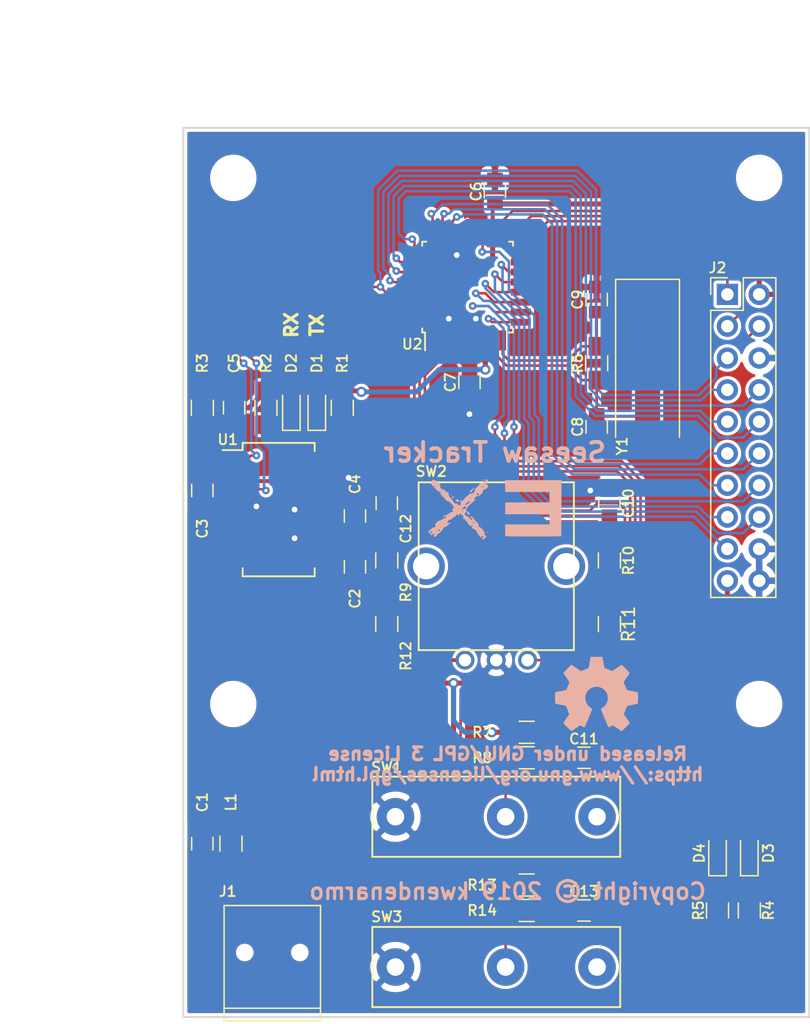
<source format=kicad_pcb>
(kicad_pcb (version 4) (host pcbnew 4.0.7-e2-6376~61~ubuntu18.04.1)
  (title_block (title "Seesaw Tracker") (date 2019-11-30) (rev release-v0.1A) (company "EX arte electrónico y experimental") (comment 2 "Revised by: R. García") (comment 3 "Drawn by: R. García") (comment 4 "Designed by: R. García"))
  (layers (0 F.Cu signal) (31 B.Cu signal) (34 B.Paste user) (35 F.Paste user) (36 B.SilkS user) (37 F.SilkS user) (38 B.Mask user) (39 F.Mask user) (44 Edge.Cuts user))
  (net 0 "")
  (net 1 "Net-(C1-Pad1)")
  (net 2 GND)
  (net 3 "Net-(C2-Pad1)")
  (net 4 +5V)
  (net 5 "Net-(C5-Pad1)")
  (net 6 /~CLR)
  (net 7 "Net-(C8-Pad1)")
  (net 8 "Net-(C9-Pad1)")
  (net 9 "Net-(C10-Pad1)")
  (net 10 "Net-(C11-Pad1)")
  (net 11 "Net-(C12-Pad1)")
  (net 12 "Net-(C13-Pad1)")
  (net 13 "Net-(J1-Pad2)")
  (net 14 "Net-(J1-Pad3)")
  (net 15 "Net-(J1-Pad4)")
  (net 16 "Net-(J1-Pad6)")
  (net 17 /MISO)
  (net 18 /SCK)
  (net 19 /MOSI)
  (net 20 /D8)
  (net 21 /D9)
  (net 22 /D10)
  (net 23 /A0)
  (net 24 /A1)
  (net 25 /A2)
  (net 26 /A3)
  (net 27 /A4)
  (net 28 /A5)
  (net 29 /A6)
  (net 30 /A7)
  (net 31 "Net-(R10-Pad1)")
  (net 32 /RX)
  (net 33 "Net-(U1-Pad3)")
  (net 34 /TX)
  (net 35 "Net-(U1-Pad6)")
  (net 36 "Net-(U1-Pad9)")
  (net 37 "Net-(U1-Pad10)")
  (net 38 "Net-(U1-Pad11)")
  (net 39 "Net-(U1-Pad12)")
  (net 40 "Net-(U1-Pad13)")
  (net 41 "Net-(U1-Pad14)")
  (net 42 "Net-(U1-Pad27)")
  (net 43 "Net-(U1-Pad28)")
  (net 44 "Net-(U2-Pad20)")
  (net 45 "Net-(D1-Pad2)")
  (net 46 "Net-(D1-Pad1)")
  (net 47 "Net-(D2-Pad2)")
  (net 48 "Net-(D2-Pad1)")
  (net 49 "Net-(D3-Pad2)")
  (net 50 "Net-(D3-Pad1)")
  (net 51 "Net-(D4-Pad2)")
  (net 52 "Net-(D4-Pad1)")
  (net 53 "Net-(R8-Pad1)")
  (net 54 "Net-(R12-Pad2)")
  (net 55 "Net-(R14-Pad1)")
  (net 56 "Net-(SW1-Pad1)")
  (net 57 "Net-(SW3-Pad1)")
  (module Fiducials:Fiducial_1mm_Dia_2mm_Outer (layer F.Cu) (at 11.176 37.084)
    (fp_text reference REF** hide)
    (fp_text value Fiducial_1mm_Dia_2mm_Outer hide)
    (pad ~ smd circle (at 0 0) (size 1 1) (layers F.Cu F.Mask) (clearance 0.5))
  )
  (module Fiducials:Fiducial_1mm_Dia_2mm_Outer (layer F.Cu) (at 16.256 16.764)
    (fp_text reference REF** hide)
    (fp_text value Fiducial_1mm_Dia_2mm_Outer hide)
    (pad ~ smd circle (at 0 0) (size 1 1) (layers F.Cu F.Mask) (clearance 0.5))
  )
  (module Fiducials:Fiducial_1mm_Dia_2mm_Outer (layer F.Cu) (at 9 4)
    (fp_text reference REF** hide)
    (fp_text value Fiducial_1mm_Dia_2mm_Outer hide)
    (pad ~ smd circle (at 0 0) (size 1 1) (layers F.Cu F.Mask) (clearance 0.5))
  )
  (module Fiducials:Fiducial_1mm_Dia_2mm_Outer (layer F.Cu) (at 41 68)
    (fp_text reference REF** hide)
    (fp_text value Fiducial_1mm_Dia_2mm_Outer hide)
    (pad ~ smd circle (at 0 0) (size 1 1) (layers F.Cu F.Mask) (clearance 0.5))
  )
  (module Connectors:USB_Mini-B (layer F.Cu) (at 7.112 66.04 90)
    (fp_text reference J1 (at 5.08 -3.556 180) (layer F.SilkS) (effects (font (size 0.8128 0.8128) (thickness 0.1524))))
    (fp_text value USB_OTG)
    (pad 1 smd rect (at 3.05 -1.6 90) (size 2.8 0.5) (layers F.Cu F.Paste F.Mask) (net 1 "Net-(C1-Pad1)"))
    (pad 2 smd rect (at 3.05 -0.8 90) (size 2.8 0.5) (layers F.Cu F.Paste F.Mask) (net 13 "Net-(J1-Pad2)"))
    (pad 3 smd rect (at 3.05 0 90) (size 2.8 0.5) (layers F.Cu F.Paste F.Mask) (net 14 "Net-(J1-Pad3)"))
    (pad 4 smd rect (at 3.05 0.8 90) (size 2.8 0.5) (layers F.Cu F.Paste F.Mask) (net 15 "Net-(J1-Pad4)"))
    (pad 5 smd rect (at 3.05 1.6 90) (size 2.8 0.5) (layers F.Cu F.Paste F.Mask) (net 2 GND))
    (pad 6 smd rect (at 2.7 -4.45 90) (size 2.5 2) (layers F.Cu F.Paste F.Mask) (net 16 "Net-(J1-Pad6)"))
    (pad 6 smd rect (at -2.8 -4.45 90) (size 2.5 2) (layers F.Cu F.Paste F.Mask) (net 16 "Net-(J1-Pad6)"))
    (pad 6 smd rect (at 2.7 4.45 90) (size 2.5 2) (layers F.Cu F.Paste F.Mask) (net 16 "Net-(J1-Pad6)"))
    (pad 6 smd rect (at -2.8 4.45 90) (size 2.5 2) (layers F.Cu F.Paste F.Mask) (net 16 "Net-(J1-Pad6)"))
    (pad "" np_thru_hole circle (at 0.2 -2.2 90) (size 0.9 0.9) (drill 0.9) (layers *.Cu *.Mask))
    (pad "" np_thru_hole circle (at 0.2 2.2 90) (size 0.9 0.9) (drill 0.9) (layers *.Cu *.Mask))
  )
  (module Mounting_Holes:MountingHole_3.2mm_M3_DIN965 (layer F.Cu) (at 4 46)
    (fp_text reference REF** hide)
    (fp_text value MountingHole_3.2mm_M3_DIN965 hide)
    (pad 1 np_thru_hole circle (at 0 0) (size 3.2 3.2) (drill 3.2) (layers *.Cu *.Mask))
  )
  (module Mounting_Holes:MountingHole_3.2mm_M3_DIN965 (layer F.Cu) (at 46 46)
    (fp_text reference REF** hide)
    (fp_text value MountingHole_3.2mm_M3_DIN965 hide)
    (pad 1 np_thru_hole circle (at 0 0) (size 3.2 3.2) (drill 3.2) (layers *.Cu *.Mask))
  )
  (module Mounting_Holes:MountingHole_3.2mm_M3_DIN965 (layer F.Cu) (at 46 4)
    (fp_text reference REF** hide)
    (fp_text value MountingHole_3.2mm_M3_DIN965 hide)
    (pad 1 np_thru_hole circle (at 0 0) (size 3.2 3.2) (drill 3.2) (layers *.Cu *.Mask))
  )
  (module Capacitors_SMD:C_0805 (layer F.Cu) (at 1.524 57.15 90)
    (fp_text reference C1 (at 3.302 0 90) (layer F.SilkS) (effects (font (size 0.8128 0.8128) (thickness 0.1524))))
    (fp_text value 10nF)
    (pad 1 smd rect (at -1 0 90) (size 1 1.25) (layers F.Cu F.Paste F.Mask) (net 1 "Net-(C1-Pad1)"))
    (pad 2 smd rect (at 1 0 90) (size 1 1.25) (layers F.Cu F.Paste F.Mask) (net 2 GND))
  )
  (module Capacitors_SMD:C_0805 (layer F.Cu) (at 13.716 35.052 270)
    (fp_text reference C2 (at 2.54 0 270) (layer F.SilkS) (effects (font (size 0.8128 0.8128) (thickness 0.1524))))
    (fp_text value 100nF)
    (pad 1 smd rect (at -1 0 270) (size 1 1.25) (layers F.Cu F.Paste F.Mask) (net 3 "Net-(C2-Pad1)"))
    (pad 2 smd rect (at 1 0 270) (size 1 1.25) (layers F.Cu F.Paste F.Mask) (net 2 GND))
  )
  (module Capacitors_SMD:C_0805 (layer F.Cu) (at 1.524 28.956 270)
    (fp_text reference C3 (at 3.048 0 270) (layer F.SilkS) (effects (font (size 0.8128 0.8128) (thickness 0.1524))))
    (fp_text value 100nF)
    (pad 1 smd rect (at -1 0 270) (size 1 1.25) (layers F.Cu F.Paste F.Mask) (net 4 +5V))
    (pad 2 smd rect (at 1 0 270) (size 1 1.25) (layers F.Cu F.Paste F.Mask) (net 2 GND))
  )
  (module Capacitors_SMD:C_0805 (layer F.Cu) (at 13.716 30.988 90)
    (fp_text reference C4 (at 2.54 0 90) (layer F.SilkS) (effects (font (size 0.8128 0.8128) (thickness 0.1524))))
    (fp_text value 4.7µF)
    (pad 1 smd rect (at -1 0 90) (size 1 1.25) (layers F.Cu F.Paste F.Mask) (net 4 +5V))
    (pad 2 smd rect (at 1 0 90) (size 1 1.25) (layers F.Cu F.Paste F.Mask) (net 2 GND))
  )
  (module Capacitors_SMD:C_0805 (layer F.Cu) (at 4.064 22.352 90)
    (fp_text reference C5 (at 3.556 0 90) (layer F.SilkS) (effects (font (size 0.8128 0.8128) (thickness 0.1524))))
    (fp_text value 100nF)
    (pad 1 smd rect (at -1 0 90) (size 1 1.25) (layers F.Cu F.Paste F.Mask) (net 5 "Net-(C5-Pad1)"))
    (pad 2 smd rect (at 1 0 90) (size 1 1.25) (layers F.Cu F.Paste F.Mask) (net 6 /~CLR))
  )
  (module Capacitors_SMD:C_0805 (layer F.Cu) (at 24.892 5.08 90)
    (fp_text reference C6 (at 0 -1.5 90) (layer F.SilkS) (effects (font (size 0.8128 0.8128) (thickness 0.1524))))
    (fp_text value 100nF)
    (pad 1 smd rect (at -1 0 90) (size 1 1.25) (layers F.Cu F.Paste F.Mask) (net 4 +5V))
    (pad 2 smd rect (at 1 0 90) (size 1 1.25) (layers F.Cu F.Paste F.Mask) (net 2 GND))
  )
  (module Capacitors_SMD:C_0805 (layer F.Cu) (at 22.86 20.32 270)
    (fp_text reference C7 (at 0 1.524 270) (layer F.SilkS) (effects (font (size 0.8128 0.8128) (thickness 0.1524))))
    (fp_text value 100nF)
    (pad 1 smd rect (at -1 0 270) (size 1 1.25) (layers F.Cu F.Paste F.Mask) (net 4 +5V))
    (pad 2 smd rect (at 1 0 270) (size 1 1.25) (layers F.Cu F.Paste F.Mask) (net 2 GND))
  )
  (module Capacitors_SMD:C_0805 (layer F.Cu) (at 33.02 23.876 270)
    (fp_text reference C8 (at 0 1.524 270) (layer F.SilkS) (effects (font (size 0.8128 0.8128) (thickness 0.1524))))
    (fp_text value 18pF)
    (pad 1 smd rect (at -1 0 270) (size 1 1.25) (layers F.Cu F.Paste F.Mask) (net 7 "Net-(C8-Pad1)"))
    (pad 2 smd rect (at 1 0 270) (size 1 1.25) (layers F.Cu F.Paste F.Mask) (net 2 GND))
  )
  (module Capacitors_SMD:C_0805 (layer F.Cu) (at 33.02 13.716 90)
    (fp_text reference C9 (at 0 -1.524 90) (layer F.SilkS) (effects (font (size 0.8128 0.8128) (thickness 0.1524))))
    (fp_text value 18pF)
    (pad 1 smd rect (at -1 0 90) (size 1 1.25) (layers F.Cu F.Paste F.Mask) (net 8 "Net-(C9-Pad1)"))
    (pad 2 smd rect (at 1 0 90) (size 1 1.25) (layers F.Cu F.Paste F.Mask) (net 2 GND))
  )
  (module Capacitors_SMD:C_0805 (layer F.Cu) (at 34.036 29.972 90)
    (fp_text reference C10 (at 0 1.524 90) (layer F.SilkS) (effects (font (size 0.8128 0.8128) (thickness 0.1524))))
    (fp_text value 100nF)
    (pad 1 smd rect (at -1 0 90) (size 1 1.25) (layers F.Cu F.Paste F.Mask) (net 9 "Net-(C10-Pad1)"))
    (pad 2 smd rect (at 1 0 90) (size 1 1.25) (layers F.Cu F.Paste F.Mask) (net 2 GND))
  )
  (module Capacitors_SMD:C_0805 (layer F.Cu) (at 32.004 50.292)
    (fp_text reference C11 (at 0 -1.5) (layer F.SilkS) (effects (font (size 0.8128 0.8128) (thickness 0.1524))))
    (fp_text value 100nF)
    (pad 1 smd rect (at -1 0) (size 1 1.25) (layers F.Cu F.Paste F.Mask) (net 10 "Net-(C11-Pad1)"))
    (pad 2 smd rect (at 1 0) (size 1 1.25) (layers F.Cu F.Paste F.Mask) (net 2 GND))
  )
  (module Capacitors_SMD:C_0805 (layer F.Cu) (at 16.256 29.972 90)
    (fp_text reference C12 (at -2.032 1.524 90) (layer F.SilkS) (effects (font (size 0.8128 0.8128) (thickness 0.1524))))
    (fp_text value 100nF)
    (pad 1 smd rect (at -1 0 90) (size 1 1.25) (layers F.Cu F.Paste F.Mask) (net 11 "Net-(C12-Pad1)"))
    (pad 2 smd rect (at 1 0 90) (size 1 1.25) (layers F.Cu F.Paste F.Mask) (net 2 GND))
  )
  (module Capacitors_SMD:C_0805 (layer F.Cu) (at 32.004 62.484)
    (fp_text reference C13 (at 0 -1.524) (layer F.SilkS) (effects (font (size 0.8128 0.8128) (thickness 0.1524))))
    (fp_text value 100nF)
    (pad 1 smd rect (at -1 0) (size 1 1.25) (layers F.Cu F.Paste F.Mask) (net 12 "Net-(C13-Pad1)"))
    (pad 2 smd rect (at 1 0) (size 1 1.25) (layers F.Cu F.Paste F.Mask) (net 2 GND))
  )
  (module Inductors_SMD:L_0805_HandSoldering (layer F.Cu) (at 3.81 57.15 90)
    (fp_text reference L1 (at 3.302 0 90) (layer F.SilkS) (effects (font (size 0.8128 0.8128) (thickness 0.1524))))
    (fp_text value Choke)
    (pad 1 smd rect (at -1.35 0 90) (size 1.5 1.3) (layers F.Cu F.Paste F.Mask) (net 1 "Net-(C1-Pad1)"))
    (pad 2 smd rect (at 1.35 0 90) (size 1.5 1.3) (layers F.Cu F.Paste F.Mask) (net 4 +5V))
  )
  (module Resistors_SMD:R_0805_HandSoldering (layer F.Cu) (at 1.524 22.352 90)
    (fp_text reference R3 (at 3.556 0 90) (layer F.SilkS) (effects (font (size 0.8128 0.8128) (thickness 0.1524))))
    (fp_text value 10k)
    (pad 1 smd rect (at -1.35 0 90) (size 1.5 1.3) (layers F.Cu F.Paste F.Mask) (net 4 +5V))
    (pad 2 smd rect (at 1.35 0 90) (size 1.5 1.3) (layers F.Cu F.Paste F.Mask) (net 6 /~CLR))
  )
  (module Resistors_SMD:R_0805_HandSoldering (layer F.Cu) (at 33.02 18.796 90)
    (fp_text reference R6 (at 0 -1.524 90) (layer F.SilkS) (effects (font (size 0.8128 0.8128) (thickness 0.1524))))
    (fp_text value 1M)
    (pad 1 smd rect (at -1.35 0 90) (size 1.5 1.3) (layers F.Cu F.Paste F.Mask) (net 7 "Net-(C8-Pad1)"))
    (pad 2 smd rect (at 1.35 0 90) (size 1.5 1.3) (layers F.Cu F.Paste F.Mask) (net 8 "Net-(C9-Pad1)"))
  )
  (module Resistors_SMD:R_0805_HandSoldering (layer F.Cu) (at 27.432 48.26)
    (fp_text reference R7 (at -3.556 0) (layer F.SilkS) (effects (font (size 0.8128 0.8128) (thickness 0.1524))))
    (fp_text value 10k)
    (pad 1 smd rect (at -1.35 0) (size 1.5 1.3) (layers F.Cu F.Paste F.Mask) (net 4 +5V))
    (pad 2 smd rect (at 1.35 0) (size 1.5 1.3) (layers F.Cu F.Paste F.Mask) (net 10 "Net-(C11-Pad1)"))
  )
  (module Resistors_SMD:R_0805_HandSoldering (layer F.Cu) (at 27.432 50.292)
    (fp_text reference R8 (at -3.556 0) (layer F.SilkS) (effects (font (size 0.8128 0.8128) (thickness 0.1524))))
    (fp_text value 1k)
    (pad 1 smd rect (at -1.35 0) (size 1.5 1.3) (layers F.Cu F.Paste F.Mask) (net 53 "Net-(R8-Pad1)"))
    (pad 2 smd rect (at 1.35 0) (size 1.5 1.3) (layers F.Cu F.Paste F.Mask) (net 10 "Net-(C11-Pad1)"))
  )
  (module Resistors_SMD:R_0805_HandSoldering (layer F.Cu) (at 16.256 34.544 90)
    (fp_text reference R9 (at -2.54 1.524 90) (layer F.SilkS) (effects (font (size 0.8128 0.8128) (thickness 0.1524))))
    (fp_text value 1k)
    (pad 1 smd rect (at -1.35 0 90) (size 1.5 1.3) (layers F.Cu F.Paste F.Mask) (net 54 "Net-(R12-Pad2)"))
    (pad 2 smd rect (at 1.35 0 90) (size 1.5 1.3) (layers F.Cu F.Paste F.Mask) (net 11 "Net-(C12-Pad1)"))
  )
  (module Resistors_SMD:R_0805_HandSoldering (layer F.Cu) (at 34.036 34.544 90)
    (fp_text reference R10 (at 0 1.524 90) (layer F.SilkS) (effects (font (size 0.8128 0.8128) (thickness 0.1524))))
    (fp_text value 1k)
    (pad 1 smd rect (at -1.35 0 90) (size 1.5 1.3) (layers F.Cu F.Paste F.Mask) (net 31 "Net-(R10-Pad1)"))
    (pad 2 smd rect (at 1.35 0 90) (size 1.5 1.3) (layers F.Cu F.Paste F.Mask) (net 9 "Net-(C10-Pad1)"))
  )
  (module Resistors_SMD:R_0805_HandSoldering (layer F.Cu) (at 34.036 39.624 90)
    (fp_text reference R11 (at 0 1.524 90) (layer F.SilkS))
    (fp_text value 10k)
    (pad 1 smd rect (at -1.35 0 90) (size 1.5 1.3) (layers F.Cu F.Paste F.Mask) (net 4 +5V))
    (pad 2 smd rect (at 1.35 0 90) (size 1.5 1.3) (layers F.Cu F.Paste F.Mask) (net 31 "Net-(R10-Pad1)"))
  )
  (module Resistors_SMD:R_0805_HandSoldering (layer F.Cu) (at 16.256 39.624 90)
    (fp_text reference R12 (at -2.54 1.524 90) (layer F.SilkS) (effects (font (size 0.8128 0.8128) (thickness 0.1524))))
    (fp_text value 10k)
    (pad 1 smd rect (at -1.35 0 90) (size 1.5 1.3) (layers F.Cu F.Paste F.Mask) (net 4 +5V))
    (pad 2 smd rect (at 1.35 0 90) (size 1.5 1.3) (layers F.Cu F.Paste F.Mask) (net 54 "Net-(R12-Pad2)"))
  )
  (module Resistors_SMD:R_0805_HandSoldering (layer F.Cu) (at 27.432 60.452)
    (fp_text reference R13 (at -3.556 0) (layer F.SilkS) (effects (font (size 0.8128 0.8128) (thickness 0.1524))))
    (fp_text value 10k)
    (pad 1 smd rect (at -1.35 0) (size 1.5 1.3) (layers F.Cu F.Paste F.Mask) (net 4 +5V))
    (pad 2 smd rect (at 1.35 0) (size 1.5 1.3) (layers F.Cu F.Paste F.Mask) (net 12 "Net-(C13-Pad1)"))
  )
  (module Resistors_SMD:R_0805_HandSoldering (layer F.Cu) (at 27.432 62.484)
    (fp_text reference R14 (at -3.556 0) (layer F.SilkS) (effects (font (size 0.8128 0.8128) (thickness 0.1524))))
    (fp_text value 1k)
    (pad 1 smd rect (at -1.35 0) (size 1.5 1.3) (layers F.Cu F.Paste F.Mask) (net 55 "Net-(R14-Pad1)"))
    (pad 2 smd rect (at 1.35 0) (size 1.5 1.3) (layers F.Cu F.Paste F.Mask) (net 12 "Net-(C13-Pad1)"))
  )
  (module Housings_SSOP:SSOP-28_5.3x10.2mm_Pitch0.65mm (layer F.Cu) (at 7.62 30.48)
    (fp_text reference U1 (at -4.064 -5.588) (layer F.SilkS) (effects (font (size 0.8128 0.8128) (thickness 0.1524))))
    (fp_text value FT232RL)
    (pad 1 smd rect (at -3.6 -4.225) (size 1.75 0.45) (layers F.Cu F.Paste F.Mask) (net 32 /RX))
    (pad 2 smd rect (at -3.6 -3.575) (size 1.75 0.45) (layers F.Cu F.Paste F.Mask) (net 5 "Net-(C5-Pad1)"))
    (pad 3 smd rect (at -3.6 -2.925) (size 1.75 0.45) (layers F.Cu F.Paste F.Mask) (net 33 "Net-(U1-Pad3)"))
    (pad 4 smd rect (at -3.6 -2.275) (size 1.75 0.45) (layers F.Cu F.Paste F.Mask) (net 4 +5V))
    (pad 5 smd rect (at -3.6 -1.625) (size 1.75 0.45) (layers F.Cu F.Paste F.Mask) (net 34 /TX))
    (pad 6 smd rect (at -3.6 -0.975) (size 1.75 0.45) (layers F.Cu F.Paste F.Mask) (net 35 "Net-(U1-Pad6)"))
    (pad 7 smd rect (at -3.6 -0.325) (size 1.75 0.45) (layers F.Cu F.Paste F.Mask) (net 2 GND))
    (pad 8 smd rect (at -3.6 0.325) (size 1.75 0.45) (layers F.Cu F.Paste F.Mask))
    (pad 9 smd rect (at -3.6 0.975) (size 1.75 0.45) (layers F.Cu F.Paste F.Mask) (net 36 "Net-(U1-Pad9)"))
    (pad 10 smd rect (at -3.6 1.625) (size 1.75 0.45) (layers F.Cu F.Paste F.Mask) (net 37 "Net-(U1-Pad10)"))
    (pad 11 smd rect (at -3.6 2.275) (size 1.75 0.45) (layers F.Cu F.Paste F.Mask) (net 38 "Net-(U1-Pad11)"))
    (pad 12 smd rect (at -3.6 2.925) (size 1.75 0.45) (layers F.Cu F.Paste F.Mask) (net 39 "Net-(U1-Pad12)"))
    (pad 13 smd rect (at -3.6 3.575) (size 1.75 0.45) (layers F.Cu F.Paste F.Mask) (net 40 "Net-(U1-Pad13)"))
    (pad 14 smd rect (at -3.6 4.225) (size 1.75 0.45) (layers F.Cu F.Paste F.Mask) (net 41 "Net-(U1-Pad14)"))
    (pad 15 smd rect (at 3.6 4.225) (size 1.75 0.45) (layers F.Cu F.Paste F.Mask) (net 14 "Net-(J1-Pad3)"))
    (pad 16 smd rect (at 3.6 3.575) (size 1.75 0.45) (layers F.Cu F.Paste F.Mask) (net 13 "Net-(J1-Pad2)"))
    (pad 17 smd rect (at 3.6 2.925) (size 1.75 0.45) (layers F.Cu F.Paste F.Mask) (net 3 "Net-(C2-Pad1)"))
    (pad 18 smd rect (at 3.6 2.275) (size 1.75 0.45) (layers F.Cu F.Paste F.Mask) (net 2 GND))
    (pad 19 smd rect (at 3.6 1.625) (size 1.75 0.45) (layers F.Cu F.Paste F.Mask) (net 4 +5V))
    (pad 20 smd rect (at 3.6 0.975) (size 1.75 0.45) (layers F.Cu F.Paste F.Mask) (net 4 +5V))
    (pad 21 smd rect (at 3.6 0.325) (size 1.75 0.45) (layers F.Cu F.Paste F.Mask) (net 2 GND))
    (pad 22 smd rect (at 3.6 -0.325) (size 1.75 0.45) (layers F.Cu F.Paste F.Mask) (net 48 "Net-(D2-Pad1)"))
    (pad 23 smd rect (at 3.6 -0.975) (size 1.75 0.45) (layers F.Cu F.Paste F.Mask) (net 46 "Net-(D1-Pad1)"))
    (pad 24 smd rect (at 3.6 -1.625) (size 1.75 0.45) (layers F.Cu F.Paste F.Mask))
    (pad 25 smd rect (at 3.6 -2.275) (size 1.75 0.45) (layers F.Cu F.Paste F.Mask) (net 2 GND))
    (pad 26 smd rect (at 3.6 -2.925) (size 1.75 0.45) (layers F.Cu F.Paste F.Mask) (net 2 GND))
    (pad 27 smd rect (at 3.6 -3.575) (size 1.75 0.45) (layers F.Cu F.Paste F.Mask) (net 42 "Net-(U1-Pad27)"))
    (pad 28 smd rect (at 3.6 -4.225) (size 1.75 0.45) (layers F.Cu F.Paste F.Mask) (net 43 "Net-(U1-Pad28)"))
  )
  (module Housings_QFP:TQFP-32_7x7mm_Pitch0.8mm (layer F.Cu) (at 22.712 12.718 90)
    (fp_text reference U2 (at -4.554 -4.424 180) (layer F.SilkS) (effects (font (size 0.8128 0.8128) (thickness 0.1524))))
    (fp_text value ATMEGA328P-AU)
    (pad 1 smd rect (at -4.25 -2.8 90) (size 1.6 0.55) (layers F.Cu F.Paste F.Mask) (net 9 "Net-(C10-Pad1)"))
    (pad 2 smd rect (at -4.25 -2 90) (size 1.6 0.55) (layers F.Cu F.Paste F.Mask) (net 12 "Net-(C13-Pad1)"))
    (pad 3 smd rect (at -4.25 -1.2 90) (size 1.6 0.55) (layers F.Cu F.Paste F.Mask) (net 2 GND))
    (pad 4 smd rect (at -4.25 -0.4 90) (size 1.6 0.55) (layers F.Cu F.Paste F.Mask) (net 4 +5V))
    (pad 5 smd rect (at -4.25 0.4 90) (size 1.6 0.55) (layers F.Cu F.Paste F.Mask) (net 2 GND))
    (pad 6 smd rect (at -4.25 1.2 90) (size 1.6 0.55) (layers F.Cu F.Paste F.Mask) (net 4 +5V))
    (pad 7 smd rect (at -4.25 2 90) (size 1.6 0.55) (layers F.Cu F.Paste F.Mask) (net 7 "Net-(C8-Pad1)"))
    (pad 8 smd rect (at -4.25 2.8 90) (size 1.6 0.55) (layers F.Cu F.Paste F.Mask) (net 8 "Net-(C9-Pad1)"))
    (pad 9 smd rect (at -2.8 4.25 180) (size 1.6 0.55) (layers F.Cu F.Paste F.Mask) (net 10 "Net-(C11-Pad1)"))
    (pad 10 smd rect (at -2 4.25 180) (size 1.6 0.55) (layers F.Cu F.Paste F.Mask) (net 51 "Net-(D4-Pad2)"))
    (pad 11 smd rect (at -1.2 4.25 180) (size 1.6 0.55) (layers F.Cu F.Paste F.Mask) (net 49 "Net-(D3-Pad2)"))
    (pad 12 smd rect (at -0.4 4.25 180) (size 1.6 0.55) (layers F.Cu F.Paste F.Mask) (net 20 /D8))
    (pad 13 smd rect (at 0.4 4.25 180) (size 1.6 0.55) (layers F.Cu F.Paste F.Mask) (net 21 /D9))
    (pad 14 smd rect (at 1.2 4.25 180) (size 1.6 0.55) (layers F.Cu F.Paste F.Mask) (net 22 /D10))
    (pad 15 smd rect (at 2 4.25 180) (size 1.6 0.55) (layers F.Cu F.Paste F.Mask) (net 19 /MOSI))
    (pad 16 smd rect (at 2.8 4.25 180) (size 1.6 0.55) (layers F.Cu F.Paste F.Mask) (net 17 /MISO))
    (pad 17 smd rect (at 4.25 2.8 90) (size 1.6 0.55) (layers F.Cu F.Paste F.Mask) (net 18 /SCK))
    (pad 18 smd rect (at 4.25 2 90) (size 1.6 0.55) (layers F.Cu F.Paste F.Mask) (net 4 +5V))
    (pad 19 smd rect (at 4.25 1.2 90) (size 1.6 0.55) (layers F.Cu F.Paste F.Mask) (net 29 /A6))
    (pad 20 smd rect (at 4.25 0.4 90) (size 1.6 0.55) (layers F.Cu F.Paste F.Mask) (net 44 "Net-(U2-Pad20)"))
    (pad 21 smd rect (at 4.25 -0.4 90) (size 1.6 0.55) (layers F.Cu F.Paste F.Mask) (net 2 GND))
    (pad 22 smd rect (at 4.25 -1.2 90) (size 1.6 0.55) (layers F.Cu F.Paste F.Mask) (net 30 /A7))
    (pad 23 smd rect (at 4.25 -2 90) (size 1.6 0.55) (layers F.Cu F.Paste F.Mask) (net 23 /A0))
    (pad 24 smd rect (at 4.25 -2.8 90) (size 1.6 0.55) (layers F.Cu F.Paste F.Mask) (net 24 /A1))
    (pad 25 smd rect (at 2.8 -4.25 180) (size 1.6 0.55) (layers F.Cu F.Paste F.Mask) (net 25 /A2))
    (pad 26 smd rect (at 2 -4.25 180) (size 1.6 0.55) (layers F.Cu F.Paste F.Mask) (net 26 /A3))
    (pad 27 smd rect (at 1.2 -4.25 180) (size 1.6 0.55) (layers F.Cu F.Paste F.Mask) (net 27 /A4))
    (pad 28 smd rect (at 0.4 -4.25 180) (size 1.6 0.55) (layers F.Cu F.Paste F.Mask) (net 28 /A5))
    (pad 29 smd rect (at -0.4 -4.25 180) (size 1.6 0.55) (layers F.Cu F.Paste F.Mask) (net 6 /~CLR))
    (pad 30 smd rect (at -1.2 -4.25 180) (size 1.6 0.55) (layers F.Cu F.Paste F.Mask) (net 32 /RX))
    (pad 31 smd rect (at -2 -4.25 180) (size 1.6 0.55) (layers F.Cu F.Paste F.Mask) (net 34 /TX))
    (pad 32 smd rect (at -2.8 -4.25 180) (size 1.6 0.55) (layers F.Cu F.Paste F.Mask) (net 11 "Net-(C12-Pad1)"))
  )
  (module Crystals:Crystal_SMD_HC49-SD (layer F.Cu) (at 37.084 18.796 270)
    (fp_text reference Y1 (at 6.604 2.032 270) (layer F.SilkS) (effects (font (size 0.8128 0.8128) (thickness 0.1524))))
    (fp_text value 16MHz)
    (pad 1 smd rect (at -4.25 0 270) (size 4.5 2) (layers F.Cu F.Paste F.Mask) (net 8 "Net-(C9-Pad1)"))
    (pad 2 smd rect (at 4.25 0 270) (size 4.5 2) (layers F.Cu F.Paste F.Mask) (net 7 "Net-(C8-Pad1)"))
  )
  (module Mounting_Holes:MountingHole_3.2mm_M3_DIN965 (layer F.Cu) (at 4 4)
    (fp_text reference REF** hide)
    (fp_text value MountingHole_3.2mm_M3_DIN965 hide)
    (pad 1 np_thru_hole circle (at 0 0) (size 3.2 3.2) (drill 3.2) (layers *.Cu *.Mask))
  )
  (module LEDs:LED_0805 (layer F.Cu) (at 10.668 22.352 90)
    (fp_text reference D1 (at 3.556 0 90) (layer F.SilkS) (effects (font (size 0.8128 0.8128) (thickness 0.1524))))
    (fp_text value ORANGE)
    (pad 2 smd rect (at 1.1 0 270) (size 1.2 1.2) (layers F.Cu F.Paste F.Mask) (net 45 "Net-(D1-Pad2)"))
    (pad 1 smd rect (at -1.1 0 270) (size 1.2 1.2) (layers F.Cu F.Paste F.Mask) (net 46 "Net-(D1-Pad1)"))
  )
  (module LEDs:LED_0805 (layer F.Cu) (at 8.636 22.352 90)
    (fp_text reference D2 (at 3.556 0 90) (layer F.SilkS) (effects (font (size 0.8128 0.8128) (thickness 0.1524))))
    (fp_text value ORANGE)
    (pad 2 smd rect (at 1.1 0 270) (size 1.2 1.2) (layers F.Cu F.Paste F.Mask) (net 47 "Net-(D2-Pad2)"))
    (pad 1 smd rect (at -1.1 0 270) (size 1.2 1.2) (layers F.Cu F.Paste F.Mask) (net 48 "Net-(D2-Pad1)"))
  )
  (module LEDs:LED_0805 (layer F.Cu) (at 45.212 57.912 90)
    (fp_text reference D3 (at 0 1.524 90) (layer F.SilkS) (effects (font (size 0.8128 0.8128) (thickness 0.1524))))
    (fp_text value GREEN)
    (pad 2 smd rect (at 1.1 0 270) (size 1.2 1.2) (layers F.Cu F.Paste F.Mask) (net 49 "Net-(D3-Pad2)"))
    (pad 1 smd rect (at -1.1 0 270) (size 1.2 1.2) (layers F.Cu F.Paste F.Mask) (net 50 "Net-(D3-Pad1)"))
  )
  (module LEDs:LED_0805 (layer F.Cu) (at 42.672 57.912 90)
    (fp_text reference D4 (at 0 -1.45 90) (layer F.SilkS) (effects (font (size 0.8128 0.8128) (thickness 0.1524))))
    (fp_text value GREEN)
    (pad 2 smd rect (at 1.1 0 270) (size 1.2 1.2) (layers F.Cu F.Paste F.Mask) (net 51 "Net-(D4-Pad2)"))
    (pad 1 smd rect (at -1.1 0 270) (size 1.2 1.2) (layers F.Cu F.Paste F.Mask) (net 52 "Net-(D4-Pad1)"))
  )
  (module Resistors_SMD:R_0805_HandSoldering (layer F.Cu) (at 12.7 22.352 270)
    (fp_text reference R1 (at -3.556 0 270) (layer F.SilkS) (effects (font (size 0.8128 0.8128) (thickness 0.1524))))
    (fp_text value 330R)
    (pad 1 smd rect (at -1.35 0 270) (size 1.5 1.3) (layers F.Cu F.Paste F.Mask) (net 4 +5V))
    (pad 2 smd rect (at 1.35 0 270) (size 1.5 1.3) (layers F.Cu F.Paste F.Mask) (net 45 "Net-(D1-Pad2)"))
  )
  (module Resistors_SMD:R_0805_HandSoldering (layer F.Cu) (at 6.604 22.352 270)
    (fp_text reference R2 (at -3.556 0 270) (layer F.SilkS) (effects (font (size 0.8128 0.8128) (thickness 0.1524))))
    (fp_text value 330R)
    (pad 1 smd rect (at -1.35 0 270) (size 1.5 1.3) (layers F.Cu F.Paste F.Mask) (net 4 +5V))
    (pad 2 smd rect (at 1.35 0 270) (size 1.5 1.3) (layers F.Cu F.Paste F.Mask) (net 47 "Net-(D2-Pad2)"))
  )
  (module Resistors_SMD:R_0805_HandSoldering (layer F.Cu) (at 45.212 62.484 270)
    (fp_text reference R4 (at 0 -1.524 270) (layer F.SilkS) (effects (font (size 0.8128 0.8128) (thickness 0.1524))))
    (fp_text value 330R)
    (pad 1 smd rect (at -1.35 0 270) (size 1.5 1.3) (layers F.Cu F.Paste F.Mask) (net 50 "Net-(D3-Pad1)"))
    (pad 2 smd rect (at 1.35 0 270) (size 1.5 1.3) (layers F.Cu F.Paste F.Mask) (net 2 GND))
  )
  (module Resistors_SMD:R_0805_HandSoldering (layer F.Cu) (at 42.672 62.484 270)
    (fp_text reference R5 (at 0 1.524 270) (layer F.SilkS) (effects (font (size 0.8128 0.8128) (thickness 0.1524))))
    (fp_text value 330R)
    (pad 1 smd rect (at -1.35 0 270) (size 1.5 1.3) (layers F.Cu F.Paste F.Mask) (net 52 "Net-(D4-Pad1)"))
    (pad 2 smd rect (at 1.35 0 270) (size 1.5 1.3) (layers F.Cu F.Paste F.Mask) (net 2 GND))
  )
  (module Pin_Headers:Pin_Header_Straight_2x10_Pitch2.54mm (layer F.Cu) (at 43.46 13.3)
    (fp_text reference J2 (at -0.788 -2.124) (layer F.SilkS) (effects (font (size 0.8128 0.8128) (thickness 0.1524))))
    (fp_text value EXP)
    (pad 1 thru_hole rect (at 0 0) (size 1.7 1.7) (drill 1) (layers *.Cu *.Mask) (net 17 /MISO))
    (pad 2 thru_hole oval (at 2.54 0) (size 1.7 1.7) (drill 1) (layers *.Cu *.Mask) (net 4 +5V))
    (pad 3 thru_hole oval (at 0 2.54) (size 1.7 1.7) (drill 1) (layers *.Cu *.Mask) (net 18 /SCK))
    (pad 4 thru_hole oval (at 2.54 2.54) (size 1.7 1.7) (drill 1) (layers *.Cu *.Mask) (net 19 /MOSI))
    (pad 5 thru_hole oval (at 0 5.08) (size 1.7 1.7) (drill 1) (layers *.Cu *.Mask) (net 6 /~CLR))
    (pad 6 thru_hole oval (at 2.54 5.08) (size 1.7 1.7) (drill 1) (layers *.Cu *.Mask) (net 2 GND))
    (pad 7 thru_hole oval (at 0 7.62) (size 1.7 1.7) (drill 1) (layers *.Cu *.Mask) (net 28 /A5))
    (pad 8 thru_hole oval (at 2.54 7.62) (size 1.7 1.7) (drill 1) (layers *.Cu *.Mask) (net 27 /A4))
    (pad 9 thru_hole oval (at 0 10.16) (size 1.7 1.7) (drill 1) (layers *.Cu *.Mask) (net 26 /A3))
    (pad 10 thru_hole oval (at 2.54 10.16) (size 1.7 1.7) (drill 1) (layers *.Cu *.Mask) (net 25 /A2))
    (pad 11 thru_hole oval (at 0 12.7) (size 1.7 1.7) (drill 1) (layers *.Cu *.Mask) (net 24 /A1))
    (pad 12 thru_hole oval (at 2.54 12.7) (size 1.7 1.7) (drill 1) (layers *.Cu *.Mask) (net 23 /A0))
    (pad 13 thru_hole oval (at 0 15.24) (size 1.7 1.7) (drill 1) (layers *.Cu *.Mask) (net 30 /A7))
    (pad 14 thru_hole oval (at 2.54 15.24) (size 1.7 1.7) (drill 1) (layers *.Cu *.Mask) (net 29 /A6))
    (pad 15 thru_hole oval (at 0 17.78) (size 1.7 1.7) (drill 1) (layers *.Cu *.Mask) (net 22 /D10))
    (pad 16 thru_hole oval (at 2.54 17.78) (size 1.7 1.7) (drill 1) (layers *.Cu *.Mask) (net 21 /D9))
    (pad 17 thru_hole oval (at 0 20.32) (size 1.7 1.7) (drill 1) (layers *.Cu *.Mask) (net 20 /D8))
    (pad 18 thru_hole oval (at 2.54 20.32) (size 1.7 1.7) (drill 1) (layers *.Cu *.Mask) (net 2 GND))
    (pad 19 thru_hole oval (at 0 22.86) (size 1.7 1.7) (drill 1) (layers *.Cu *.Mask) (net 4 +5V))
    (pad 20 thru_hole oval (at 2.54 22.86) (size 1.7 1.7) (drill 1) (layers *.Cu *.Mask) (net 2 GND))
  )
  (module zmx0:ZM90 (layer F.Cu) (at 25 55)
    (fp_text reference SW1 (at -8.744 -3.946) (layer F.SilkS) (effects (font (size 0.8128 0.8128) (thickness 0.1524))))
    (fp_text value SW_Push_SPDT)
    (pad 1 thru_hole circle (at 8.05 0) (size 3 3) (drill 1.4) (layers *.Cu *.Mask) (net 56 "Net-(SW1-Pad1)"))
    (pad 2 thru_hole circle (at -8.05 0) (size 3 3) (drill 1.4) (layers *.Cu *.Mask) (net 2 GND))
    (pad 3 thru_hole circle (at 0.75 0) (size 3 3) (drill 1.4) (layers *.Cu *.Mask) (net 53 "Net-(R8-Pad1)"))
  )
  (module zmx0:ZM90 (layer F.Cu) (at 25 67)
    (fp_text reference SW3 (at -8.744 -4.008) (layer F.SilkS) (effects (font (size 0.8128 0.8128) (thickness 0.1524))))
    (fp_text value SW_Push_SPDT)
    (pad 1 thru_hole circle (at 8.05 0) (size 3 3) (drill 1.4) (layers *.Cu *.Mask) (net 57 "Net-(SW3-Pad1)"))
    (pad 2 thru_hole circle (at -8.05 0) (size 3 3) (drill 1.4) (layers *.Cu *.Mask) (net 2 GND))
    (pad 3 thru_hole circle (at 0.75 0) (size 3 3) (drill 1.4) (layers *.Cu *.Mask) (net 55 "Net-(R14-Pad1)"))
  )
  (module pec12r:PEC12R (layer F.Cu) (at 25 35)
    (fp_text reference SW2 (at -5.188 -7.568) (layer F.SilkS) (effects (font (size 0.8128 0.8128) (thickness 0.1524))))
    (fp_text value Encoder)
    (pad 1 thru_hole circle (at -2.5 7.5) (size 1.524 1.524) (drill 1) (layers *.Cu *.Mask) (net 54 "Net-(R12-Pad2)"))
    (pad 2 thru_hole circle (at 0 7.5) (size 1.524 1.524) (drill 1) (layers *.Cu *.Mask) (net 2 GND))
    (pad 3 thru_hole circle (at 2.5 7.5) (size 1.524 1.524) (drill 1) (layers *.Cu *.Mask) (net 31 "Net-(R10-Pad1)"))
    (pad 0 thru_hole circle (at -5.6 0) (size 3 3) (drill 2.1) (layers *.Cu *.Mask))
    (pad 0 thru_hole circle (at 5.6 0) (size 3 3) (drill 2.1) (layers *.Cu *.Mask))
  )
  (module Symbols:OSHW-Symbol_6.7x6mm_SilkScreen (layer B.Cu) (at 33.02 45.212 180)
    (fp_text reference REF*** hide)
    (fp_text value OSHW-Symbol_6.7x6mm_SilkScreen hide)
  )
  (module logo-ex:logo-ex (layer B.Cu) (at 24.892 30.48 180)
    (fp_text reference G*** hide)
    (fp_text value LOGO hide)
  )
  (module Fiducials:Fiducial_1mm_Dia_2mm_Outer (layer F.Cu) (at 41 4)
    (fp_text reference REF** hide)
    (fp_text value Fiducial_1mm_Dia_2mm_Outer hide)
    (pad ~ smd circle (at 0 0) (size 1 1) (layers F.Cu F.Mask) (clearance 0.5))
  )
  (gr_text "Seesaw Tracker" (at 24.892 25.908) (layer B.SilkS) (effects (font (thickness 0.3048)) (justify mirror)))
  (gr_text "Copyright © 2019 kwendenarmo" (at 25.908 60.96) (layer B.SilkS) (effects (font (size 1.27 1.27) (thickness 0.254)) (justify mirror)))
  (gr_text "Released under GNU/GPL 3 License\nhttps://www.gnu.org/licenses/gpl.html" (at 25.908 50.8) (layer B.SilkS) (effects (font (size 1.016 1.04394) (thickness 0.254)) (justify mirror)))
  (gr_text RX (at 8.636 15.748 90) (layer F.SilkS) (effects (font (size 1.016 1.016) (thickness 0.254))))
  (gr_text TX (at 10.668 15.748 90) (layer F.SilkS) (effects (font (size 1.016 1.016) (thickness 0.254))))
  (gr_line (start 0 71) (end 0 0) (layer Edge.Cuts) (width 0.15))
  (gr_line (start 50 71) (end 0 71) (layer Edge.Cuts) (width 0.15))
  (gr_line (start 50 0) (end 50 71) (layer Edge.Cuts) (width 0.15))
  (gr_line (start 0 0) (end 50 0) (layer Edge.Cuts) (width 0.15))
  (segment (start 5.512 62.99) (end 5.512 59.503219) (width 0.4064) (layer F.Cu) (net 1))
  (segment (start 5.512 59.503219) (end 4.508781 58.5) (width 0.4064) (layer F.Cu) (net 1))
  (segment (start 4.508781 58.5) (end 3.81 58.5) (width 0.4064) (layer F.Cu) (net 1))
  (segment (start 1.524 58.15) (end 2.483663 58.15) (width 0.4064) (layer F.Cu) (net 1))
  (segment (start 2.483663 58.15) (end 2.833663 58.5) (width 0.4064) (layer F.Cu) (net 1))
  (segment (start 2.833663 58.5) (end 3.81 58.5) (width 0.4064) (layer F.Cu) (net 1))
  (segment (start 34.036 28.972) (end 32.528 28.972) (width 0.4064) (layer F.Cu) (net 2))
  (segment (start 32.528 28.972) (end 32.512 28.956) (width 0.4064) (layer F.Cu) (net 2))
  (via (at 32.512 28.956) (size 0.8128) (drill 0.4572) (layers F.Cu B.Cu) (net 2))
  (segment (start 22.312 8.468) (end 22.312 9.692) (width 0.4064) (layer F.Cu) (net 2))
  (segment (start 22.312 9.692) (end 21.844 10.16) (width 0.4064) (layer F.Cu) (net 2))
  (via (at 21.844 10.16) (size 0.8128) (drill 0.4572) (layers F.Cu B.Cu) (net 2))
  (segment (start 23.112 16.968) (end 23.112 15.496) (width 0.4064) (layer F.Cu) (net 2))
  (segment (start 23.112 15.496) (end 23.368 15.24) (width 0.4064) (layer F.Cu) (net 2))
  (via (at 23.368 15.24) (size 0.8128) (drill 0.4572) (layers F.Cu B.Cu) (net 2))
  (segment (start 21.512 16.968) (end 21.512 15.543) (width 0.4064) (layer F.Cu) (net 2))
  (segment (start 21.512 15.543) (end 21.209 15.24) (width 0.4064) (layer F.Cu) (net 2))
  (via (at 21.209 15.24) (size 0.8128) (drill 0.4572) (layers F.Cu B.Cu) (net 2))
  (segment (start 22.86 21.32) (end 22.86 22.86) (width 0.4064) (layer F.Cu) (net 2))
  (via (at 22.86 22.86) (size 0.8128) (drill 0.4572) (layers F.Cu B.Cu) (net 2))
  (segment (start 12.517 30.805) (end 12.517 30.028) (width 0.3048) (layer F.Cu) (net 2))
  (segment (start 12.517 30.805) (end 12.827 31.115) (width 0.3048) (layer F.Cu) (net 2))
  (segment (start 11.22 30.805) (end 12.517 30.805) (width 0.3048) (layer F.Cu) (net 2))
  (segment (start 11.22 32.755) (end 8.901 32.755) (width 0.3048) (layer F.Cu) (net 2))
  (via (at 8.89 32.766) (size 0.8128) (drill 0.4572) (layers F.Cu B.Cu) (net 2))
  (segment (start 8.901 32.755) (end 8.89 32.766) (width 0.3048) (layer F.Cu) (net 2))
  (segment (start 11.22 30.805) (end 9.215 30.805) (width 0.3048) (layer F.Cu) (net 2))
  (segment (start 9.215 30.805) (end 8.89 30.48) (width 0.3048) (layer F.Cu) (net 2))
  (via (at 8.89 30.48) (size 0.8128) (drill 0.4572) (layers F.Cu B.Cu) (net 2))
  (segment (start 4.02 30.155) (end 5.771 30.155) (width 0.3048) (layer F.Cu) (net 2))
  (segment (start 5.771 30.155) (end 5.842 30.226) (width 0.3048) (layer F.Cu) (net 2))
  (via (at 5.842 30.226) (size 0.8128) (drill 0.4572) (layers F.Cu B.Cu) (net 2))
  (segment (start 4.02 30.155) (end 1.723 30.155) (width 0.3048) (layer F.Cu) (net 2))
  (segment (start 1.723 30.155) (end 1.524 29.956) (width 0.3048) (layer F.Cu) (net 2))
  (segment (start 11.22 27.555) (end 12.823 27.555) (width 0.3048) (layer F.Cu) (net 2))
  (segment (start 12.823 27.555) (end 13.208 27.94) (width 0.3048) (layer F.Cu) (net 2))
  (via (at 13.208 27.94) (size 0.8128) (drill 0.4572) (layers F.Cu B.Cu) (net 2))
  (segment (start 11.22 28.205) (end 13.208 28.205) (width 0.3048) (layer F.Cu) (net 2))
  (segment (start 13.208 28.205) (end 13.451 28.205) (width 0.3048) (layer F.Cu) (net 2))
  (segment (start 13.208 27.94) (end 13.208 28.205) (width 0.3048) (layer F.Cu) (net 2))
  (segment (start 13.451 28.205) (end 13.716 28.47) (width 0.3048) (layer F.Cu) (net 2))
  (segment (start 13.716 28.47) (end 13.716 29.988) (width 0.3048) (layer F.Cu) (net 2))
  (segment (start 10.037 27.555) (end 9.917 27.675) (width 0.3048) (layer F.Cu) (net 2))
  (segment (start 9.917 27.675) (end 9.917 28.205) (width 0.3048) (layer F.Cu) (net 2))
  (segment (start 11.22 27.555) (end 10.037 27.555) (width 0.3048) (layer F.Cu) (net 2))
  (segment (start 11.22 28.205) (end 9.917 28.205) (width 0.3048) (layer F.Cu) (net 2))
  (segment (start 13.716 34.052) (end 13.986 34.052) (width 0.4064) (layer F.Cu) (net 3))
  (segment (start 11.22 33.405) (end 13.069 33.405) (width 0.3048) (layer F.Cu) (net 3))
  (segment (start 13.069 33.405) (end 13.716 34.052) (width 0.3048) (layer F.Cu) (net 3))
  (segment (start 23.912 16.968) (end 23.912 18.46238) (width 0.4064) (layer F.Cu) (net 4))
  (segment (start 23.912 18.46238) (end 24.13 18.68038) (width 0.4064) (layer F.Cu) (net 4))
  (segment (start 24.13 18.68038) (end 24.13 19.304) (width 0.4064) (layer F.Cu) (net 4))
  (segment (start 24.13 19.304) (end 22.876 19.304) (width 0.4064) (layer F.Cu) (net 4))
  (segment (start 22.876 19.304) (end 22.86 19.32) (width 0.4064) (layer F.Cu) (net 4))
  (segment (start 43.46 36.16) (end 43.46 37.364) (width 0.4064) (layer F.Cu) (net 4))
  (segment (start 43.46 37.364) (end 44.324827 38.228827) (width 0.4064) (layer F.Cu) (net 4))
  (segment (start 47.150875 13.3) (end 46 13.3) (width 0.4064) (layer F.Cu) (net 4))
  (segment (start 44.324827 38.228827) (end 47.140659 38.228827) (width 0.4064) (layer F.Cu) (net 4))
  (segment (start 47.140659 38.228827) (end 48.031878 37.337608) (width 0.4064) (layer F.Cu) (net 4))
  (segment (start 48.031878 37.337608) (end 48.031878 14.181003) (width 0.4064) (layer F.Cu) (net 4))
  (segment (start 48.031878 14.181003) (end 47.150875 13.3) (width 0.4064) (layer F.Cu) (net 4))
  (segment (start 24.892 6.08) (end 43.164 6.08) (width 0.4064) (layer F.Cu) (net 4))
  (segment (start 43.164 6.08) (end 45.326606 8.242606) (width 0.4064) (layer F.Cu) (net 4))
  (segment (start 45.326606 8.242606) (end 45.326606 11.148029) (width 0.4064) (layer F.Cu) (net 4))
  (segment (start 45.326606 11.148029) (end 46 11.821423) (width 0.4064) (layer F.Cu) (net 4))
  (segment (start 46 11.821423) (end 46 13.3) (width 0.4064) (layer F.Cu) (net 4))
  (segment (start 24.13 19.304) (end 20.422001 19.304) (width 0.4064) (layer B.Cu) (net 4))
  (segment (start 20.422001 19.304) (end 18.644001 21.082) (width 0.4064) (layer B.Cu) (net 4))
  (segment (start 18.644001 21.082) (end 14.224 21.082) (width 0.4064) (layer B.Cu) (net 4))
  (segment (start 14.224 21.082) (end 14.224 21.075618) (width 0.4064) (layer F.Cu) (net 4))
  (segment (start 14.224 21.075618) (end 14.150382 21.002) (width 0.4064) (layer F.Cu) (net 4))
  (segment (start 14.150382 21.002) (end 12.7 21.002) (width 0.4064) (layer F.Cu) (net 4))
  (via (at 14.224 21.082) (size 0.8128) (drill 0.4572) (layers F.Cu B.Cu) (net 4))
  (segment (start 24.114 19.32) (end 24.13 19.304) (width 0.4064) (layer F.Cu) (net 4))
  (via (at 24.13 19.304) (size 0.8128) (drill 0.4572) (layers F.Cu B.Cu) (net 4))
  (segment (start 22.312 16.968) (end 22.312 12.991576) (width 0.4064) (layer F.Cu) (net 4))
  (segment (start 24.712 10.591576) (end 24.712 8.468) (width 0.4064) (layer F.Cu) (net 4))
  (segment (start 22.312 12.991576) (end 24.712 10.591576) (width 0.4064) (layer F.Cu) (net 4))
  (segment (start 24.638 48.26) (end 22.494089 48.26) (width 0.4064) (layer B.Cu) (net 4))
  (segment (start 22.494089 48.26) (end 21.59 47.355911) (width 0.4064) (layer B.Cu) (net 4))
  (segment (start 21.59 47.355911) (end 21.59 44.331952) (width 0.4064) (layer B.Cu) (net 4))
  (segment (start 26.082 48.26) (end 24.638 48.26) (width 0.4064) (layer F.Cu) (net 4))
  (via (at 24.638 48.26) (size 0.8128) (drill 0.4572) (layers F.Cu B.Cu) (net 4))
  (segment (start 17.585265 44.331952) (end 21.59 44.331952) (width 0.4064) (layer F.Cu) (net 4))
  (segment (start 21.59 44.331952) (end 32.67748 44.331952) (width 0.4064) (layer F.Cu) (net 4))
  (segment (start 21.59 59.167738) (end 21.59 44.331952) (width 0.4064) (layer F.Cu) (net 4))
  (via (at 21.59 44.331952) (size 0.8128) (drill 0.4572) (layers F.Cu B.Cu) (net 4))
  (segment (start 16.256 40.974) (end 16.256 43.002687) (width 0.4064) (layer F.Cu) (net 4))
  (segment (start 16.256 43.002687) (end 17.585265 44.331952) (width 0.4064) (layer F.Cu) (net 4))
  (segment (start 34.036 42.973432) (end 34.036 40.974) (width 0.4064) (layer F.Cu) (net 4))
  (segment (start 32.67748 44.331952) (end 34.036 42.973432) (width 0.4064) (layer F.Cu) (net 4))
  (segment (start 26.082 60.452) (end 22.874262 60.452) (width 0.4064) (layer F.Cu) (net 4))
  (segment (start 22.874262 60.452) (end 21.59 59.167738) (width 0.4064) (layer F.Cu) (net 4))
  (segment (start 13.716 31.988) (end 13.825551 31.988) (width 0.4064) (layer F.Cu) (net 4))
  (segment (start 13.825551 31.988) (end 14.986 33.148449) (width 0.4064) (layer F.Cu) (net 4))
  (segment (start 14.986 33.148449) (end 14.986 39.617718) (width 0.4064) (layer F.Cu) (net 4))
  (segment (start 14.986 39.617718) (end 16.256 40.887718) (width 0.4064) (layer F.Cu) (net 4))
  (segment (start 16.256 40.887718) (end 16.256 40.974) (width 0.4064) (layer F.Cu) (net 4))
  (segment (start 11.22 31.455) (end 12.346698 31.455) (width 0.3048) (layer F.Cu) (net 4))
  (segment (start 12.346698 31.455) (end 12.879698 31.988) (width 0.3048) (layer F.Cu) (net 4))
  (segment (start 12.879698 31.988) (end 13.716 31.988) (width 0.3048) (layer F.Cu) (net 4))
  (segment (start 6.604 21.002) (end 6.604 20.173055) (width 0.4064) (layer F.Cu) (net 4))
  (segment (start 6.604 20.173055) (end 7.226884 19.550171) (width 0.4064) (layer F.Cu) (net 4))
  (segment (start 7.226884 19.550171) (end 12.067297 19.550171) (width 0.4064) (layer F.Cu) (net 4))
  (segment (start 12.067297 19.550171) (end 12.7 20.182874) (width 0.4064) (layer F.Cu) (net 4))
  (segment (start 12.7 20.182874) (end 12.7 21.002) (width 0.4064) (layer F.Cu) (net 4))
  (segment (start 7.816058 29.088531) (end 7.816058 31.496) (width 0.4064) (layer F.Cu) (net 4))
  (segment (start 7.816058 31.496) (end 7.816058 47.428942) (width 0.4064) (layer F.Cu) (net 4))
  (segment (start 11.22 31.455) (end 7.857058 31.455) (width 0.3048) (layer F.Cu) (net 4))
  (segment (start 7.857058 31.455) (end 7.816058 31.496) (width 0.3048) (layer F.Cu) (net 4))
  (segment (start 4.02 28.205) (end 6.932527 28.205) (width 0.3048) (layer F.Cu) (net 4))
  (segment (start 6.932527 28.205) (end 7.816058 29.088531) (width 0.4064) (layer F.Cu) (net 4))
  (segment (start 7.816058 47.428942) (end 6.127697 49.117303) (width 0.4064) (layer F.Cu) (net 4))
  (segment (start 6.127697 49.117303) (end 6.127697 54.927544) (width 0.4064) (layer F.Cu) (net 4))
  (segment (start 6.127697 54.927544) (end 5.255241 55.8) (width 0.4064) (layer F.Cu) (net 4))
  (segment (start 5.255241 55.8) (end 3.81 55.8) (width 0.4064) (layer F.Cu) (net 4))
  (segment (start 43.46 36.16) (end 43.596 36.16) (width 0.4064) (layer B.Cu) (net 4))
  (segment (start 24.712 8.468) (end 24.712 6.26) (width 0.3048) (layer F.Cu) (net 4))
  (segment (start 24.712 6.26) (end 24.892 6.08) (width 0.3048) (layer F.Cu) (net 4))
  (segment (start 22.312 16.968) (end 22.312 18.772) (width 0.3048) (layer F.Cu) (net 4))
  (segment (start 22.312 18.772) (end 22.86 19.32) (width 0.4064) (layer F.Cu) (net 4))
  (segment (start 13.716 31.988) (end 13.716 32.004) (width 0.4064) (layer F.Cu) (net 4))
  (segment (start 4.02 28.205) (end 1.773 28.205) (width 0.3048) (layer F.Cu) (net 4))
  (segment (start 1.773 28.205) (end 1.524 27.956) (width 0.3048) (layer F.Cu) (net 4))
  (segment (start 11.22 31.455) (end 11.22 32.105) (width 0.3048) (layer F.Cu) (net 4))
  (segment (start 2.032 22.352) (end 5.254 22.352) (width 0.4064) (layer F.Cu) (net 4))
  (segment (start 5.254 22.352) (end 6.604 21.002) (width 0.4064) (layer F.Cu) (net 4))
  (segment (start 1.524 22.86) (end 2.032 22.352) (width 0.4064) (layer F.Cu) (net 4))
  (segment (start 1.524 23.702) (end 1.524 22.86) (width 0.4064) (layer F.Cu) (net 4))
  (segment (start 1.524 23.702) (end 1.524 23.368) (width 0.4064) (layer F.Cu) (net 4))
  (segment (start 1.524 24.21) (end 1.524 27.956) (width 0.4064) (layer F.Cu) (net 4))
  (segment (start 4.02 26.905) (end 3.134533 26.905) (width 0.2032) (layer F.Cu) (net 5))
  (segment (start 3.134533 26.905) (end 2.724175 26.494642) (width 0.2032) (layer F.Cu) (net 5))
  (segment (start 2.724175 26.494642) (end 2.724175 23.846759) (width 0.2032) (layer F.Cu) (net 5))
  (segment (start 2.724175 23.846759) (end 3.218934 23.352) (width 0.2032) (layer F.Cu) (net 5))
  (segment (start 3.218934 23.352) (end 4.064 23.352) (width 0.2032) (layer F.Cu) (net 5))
  (segment (start 15.748 12.7) (end 15.748 11.584937) (width 0.2032) (layer B.Cu) (net 6))
  (segment (start 32.972619 20.741435) (end 33.567184 21.336) (width 0.2032) (layer B.Cu) (net 6))
  (segment (start 15.748 11.584937) (end 15.573502 11.410439) (width 0.2032) (layer B.Cu) (net 6))
  (segment (start 15.573502 11.410439) (end 15.573502 4.950003) (width 0.2032) (layer B.Cu) (net 6))
  (segment (start 33.567184 21.336) (end 41.192169 21.336) (width 0.2032) (layer B.Cu) (net 6))
  (segment (start 41.192169 21.336) (end 42.574531 19.953638) (width 0.2032) (layer B.Cu) (net 6))
  (segment (start 15.573502 4.950003) (end 17.101794 3.421711) (width 0.2032) (layer B.Cu) (net 6))
  (segment (start 31.47432 3.421711) (end 32.972619 4.92001) (width 0.2032) (layer B.Cu) (net 6))
  (segment (start 42.574531 19.265469) (end 43.46 18.38) (width 0.2032) (layer B.Cu) (net 6))
  (segment (start 17.101794 3.421711) (end 31.47432 3.421711) (width 0.2032) (layer B.Cu) (net 6))
  (segment (start 32.972619 4.92001) (end 32.972619 20.741435) (width 0.2032) (layer B.Cu) (net 6))
  (segment (start 42.574531 19.953638) (end 42.574531 19.265469) (width 0.2032) (layer B.Cu) (net 6))
  (segment (start 4.064 21.352) (end 4.064 13.803724) (width 0.2032) (layer F.Cu) (net 6))
  (segment (start 4.064 13.803724) (end 5.167724 12.7) (width 0.2032) (layer F.Cu) (net 6))
  (segment (start 5.167724 12.7) (end 15.748 12.7) (width 0.2032) (layer F.Cu) (net 6))
  (segment (start 18.462 13.118) (end 16.166 13.118) (width 0.2032) (layer F.Cu) (net 6))
  (segment (start 16.166 13.118) (end 15.748 12.7) (width 0.2032) (layer F.Cu) (net 6))
  (via (at 15.748 12.7) (size 0.6096) (drill 0.254) (layers F.Cu B.Cu) (net 6))
  (segment (start 1.524 21.002) (end 2.591634 21.002) (width 0.2032) (layer F.Cu) (net 6))
  (segment (start 2.591634 21.002) (end 2.941634 21.352) (width 0.2032) (layer F.Cu) (net 6))
  (segment (start 2.941634 21.352) (end 4.064 21.352) (width 0.2032) (layer F.Cu) (net 6))
  (segment (start 24.712 16.968) (end 24.712 17.879406) (width 0.2032) (layer F.Cu) (net 7))
  (segment (start 24.712 17.879406) (end 25.817524 18.98493) (width 0.2032) (layer F.Cu) (net 7))
  (segment (start 30.687017 18.98493) (end 31.848087 20.146) (width 0.2032) (layer F.Cu) (net 7))
  (segment (start 25.817524 18.98493) (end 30.687017 18.98493) (width 0.2032) (layer F.Cu) (net 7))
  (segment (start 31.848087 20.146) (end 33.02 20.146) (width 0.2032) (layer F.Cu) (net 7))
  (segment (start 37.084 23.046) (end 33.19 23.046) (width 0.2032) (layer F.Cu) (net 7))
  (segment (start 33.19 23.046) (end 33.02 22.876) (width 0.2032) (layer F.Cu) (net 7))
  (segment (start 33.02 20.146) (end 33.02 22.876) (width 0.2032) (layer F.Cu) (net 7))
  (segment (start 25.512 16.968) (end 25.512 18.080492) (width 0.2032) (layer F.Cu) (net 8))
  (segment (start 25.512 18.080492) (end 26.008939 18.577431) (width 0.2032) (layer F.Cu) (net 8))
  (segment (start 26.008939 18.577431) (end 30.698569 18.577431) (width 0.2032) (layer F.Cu) (net 8))
  (segment (start 30.698569 18.577431) (end 31.83 17.446) (width 0.2032) (layer F.Cu) (net 8))
  (segment (start 31.83 17.446) (end 33.02 17.446) (width 0.2032) (layer F.Cu) (net 8))
  (segment (start 37.084 14.546) (end 33.19 14.546) (width 0.2032) (layer F.Cu) (net 8))
  (segment (start 33.19 14.546) (end 33.02 14.716) (width 0.2032) (layer F.Cu) (net 8))
  (segment (start 33.02 17.446) (end 33.02 14.716) (width 0.2032) (layer F.Cu) (net 8))
  (segment (start 19.912 16.968) (end 19.912 18.145414) (width 0.2032) (layer F.Cu) (net 9))
  (segment (start 18.878455 19.178959) (end 18.878455 30.483294) (width 0.2032) (layer F.Cu) (net 9))
  (segment (start 19.912 18.145414) (end 18.878455 19.178959) (width 0.2032) (layer F.Cu) (net 9))
  (segment (start 18.878455 30.483294) (end 19.367161 30.972) (width 0.2032) (layer F.Cu) (net 9))
  (segment (start 33.05532 30.972) (end 34.036 30.972) (width 0.2032) (layer F.Cu) (net 9))
  (segment (start 19.367161 30.972) (end 33.05532 30.972) (width 0.2032) (layer F.Cu) (net 9))
  (segment (start 34.036 33.194) (end 34.036 30.972) (width 0.2032) (layer F.Cu) (net 9))
  (segment (start 24.892 23.876) (end 24.892 24.487881) (width 0.2032) (layer F.Cu) (net 10))
  (segment (start 24.892 24.487881) (end 25.245664 24.841545) (width 0.2032) (layer F.Cu) (net 10))
  (segment (start 25.245664 26.562048) (end 26.115616 27.432) (width 0.2032) (layer F.Cu) (net 10))
  (segment (start 34.66712 27.432) (end 35.688863 28.453743) (width 0.2032) (layer F.Cu) (net 10))
  (segment (start 25.245664 24.841545) (end 25.245664 26.562048) (width 0.2032) (layer F.Cu) (net 10))
  (segment (start 26.115616 27.432) (end 34.66712 27.432) (width 0.2032) (layer F.Cu) (net 10))
  (segment (start 35.688863 43.638532) (end 34.012155 45.31524) (width 0.2032) (layer F.Cu) (net 10))
  (segment (start 35.688863 28.453743) (end 35.688863 43.638532) (width 0.2032) (layer F.Cu) (net 10))
  (segment (start 34.012155 45.31524) (end 29.799377 45.31524) (width 0.2032) (layer F.Cu) (net 10))
  (segment (start 29.799377 45.31524) (end 28.782 46.332617) (width 0.2032) (layer F.Cu) (net 10))
  (segment (start 28.782 46.332617) (end 28.782 48.26) (width 0.2032) (layer F.Cu) (net 10))
  (segment (start 25.579307 22.934693) (end 24.892 23.622) (width 0.2032) (layer B.Cu) (net 10))
  (segment (start 24.892 23.622) (end 24.892 23.876) (width 0.2032) (layer B.Cu) (net 10))
  (via (at 24.892 23.876) (size 0.6096) (drill 0.254) (layers F.Cu B.Cu) (net 10))
  (segment (start 25.579307 22.831179) (end 25.579307 22.934693) (width 0.2032) (layer B.Cu) (net 10))
  (segment (start 24.384 15.24) (end 24.806979 15.24) (width 0.2032) (layer B.Cu) (net 10))
  (segment (start 24.806979 15.24) (end 25.579307 16.012328) (width 0.2032) (layer B.Cu) (net 10))
  (segment (start 25.579307 16.012328) (end 25.579307 22.831179) (width 0.2032) (layer B.Cu) (net 10))
  (segment (start 26.962 15.518) (end 24.662 15.518) (width 0.2032) (layer F.Cu) (net 10))
  (segment (start 24.662 15.518) (end 24.384 15.24) (width 0.2032) (layer F.Cu) (net 10))
  (via (at 24.384 15.24) (size 0.6096) (drill 0.254) (layers F.Cu B.Cu) (net 10))
  (segment (start 31.004 50.292) (end 28.782 50.292) (width 0.2032) (layer F.Cu) (net 10))
  (segment (start 28.782 48.26) (end 28.782 50.292) (width 0.2032) (layer F.Cu) (net 10))
  (segment (start 16.256 30.972) (end 17.995361 30.972) (width 0.2032) (layer F.Cu) (net 11))
  (segment (start 17.995361 30.972) (end 18.462 30.505361) (width 0.2032) (layer F.Cu) (net 11))
  (segment (start 18.462 30.505361) (end 18.462 20.598) (width 0.2032) (layer F.Cu) (net 11))
  (segment (start 18.462 20.598) (end 18.462 15.518) (width 0.2032) (layer F.Cu) (net 11))
  (segment (start 16.256 33.194) (end 16.256 30.972) (width 0.2032) (layer F.Cu) (net 11))
  (segment (start 28.782 60.452) (end 28.782 59.581408) (width 0.2032) (layer F.Cu) (net 12))
  (segment (start 28.782 59.581408) (end 28.109739 58.909147) (width 0.2032) (layer F.Cu) (net 12))
  (segment (start 28.109739 58.909147) (end 23.036651 58.909147) (width 0.2032) (layer F.Cu) (net 12))
  (segment (start 23.036651 58.909147) (end 22.153013 58.025509) (width 0.2032) (layer F.Cu) (net 12))
  (segment (start 34.754401 29.972) (end 33.069647 29.972) (width 0.2032) (layer F.Cu) (net 12))
  (segment (start 35.271507 43.468493) (end 35.271507 30.489106) (width 0.2032) (layer F.Cu) (net 12))
  (segment (start 22.153013 58.025509) (end 22.153013 45.886694) (width 0.2032) (layer F.Cu) (net 12))
  (segment (start 22.153013 45.886694) (end 23.141716 44.897991) (width 0.2032) (layer F.Cu) (net 12))
  (segment (start 23.141716 44.897991) (end 33.842009 44.897991) (width 0.2032) (layer F.Cu) (net 12))
  (segment (start 33.842009 44.897991) (end 35.271507 43.468493) (width 0.2032) (layer F.Cu) (net 12))
  (segment (start 35.271507 30.489106) (end 34.754401 29.972) (width 0.2032) (layer F.Cu) (net 12))
  (segment (start 33.069647 29.972) (end 32.476616 30.565031) (width 0.2032) (layer F.Cu) (net 12))
  (segment (start 32.476616 30.565031) (end 19.831048 30.565031) (width 0.2032) (layer F.Cu) (net 12))
  (segment (start 19.300133 30.034116) (end 19.300133 19.773994) (width 0.2032) (layer F.Cu) (net 12))
  (segment (start 19.831048 30.565031) (end 19.300133 30.034116) (width 0.2032) (layer F.Cu) (net 12))
  (segment (start 19.300133 19.773994) (end 20.712 18.362127) (width 0.2032) (layer F.Cu) (net 12))
  (segment (start 20.712 18.362127) (end 20.712 16.968) (width 0.2032) (layer F.Cu) (net 12))
  (segment (start 31.004 62.484) (end 28.782 62.484) (width 0.2032) (layer F.Cu) (net 12))
  (segment (start 28.782 60.452) (end 28.782 62.484) (width 0.2032) (layer F.Cu) (net 12))
  (segment (start 11.22 34.055) (end 9.508373 34.055) (width 0.2032) (layer F.Cu) (net 13))
  (segment (start 9.508373 34.055) (end 8.381901 35.181472) (width 0.2032) (layer F.Cu) (net 13))
  (segment (start 8.381901 35.181472) (end 8.381901 47.660022) (width 0.2032) (layer F.Cu) (net 13))
  (segment (start 8.381901 47.660022) (end 6.697365 49.344558) (width 0.2032) (layer F.Cu) (net 13))
  (segment (start 6.697365 49.344558) (end 6.697365 60.92861) (width 0.2032) (layer F.Cu) (net 13))
  (segment (start 6.312 61.313975) (end 6.312 62.99) (width 0.2032) (layer F.Cu) (net 13))
  (segment (start 6.697365 60.92861) (end 6.312 61.313975) (width 0.2032) (layer F.Cu) (net 13))
  (segment (start 7.112 62.99) (end 7.112 49.510319) (width 0.2032) (layer F.Cu) (net 14))
  (segment (start 7.112 49.510319) (end 8.791088 47.831231) (width 0.2032) (layer F.Cu) (net 14))
  (segment (start 8.791088 47.831231) (end 8.791088 35.34967) (width 0.2032) (layer F.Cu) (net 14))
  (segment (start 8.791088 35.34967) (end 9.435758 34.705) (width 0.2032) (layer F.Cu) (net 14))
  (segment (start 9.435758 34.705) (end 11.22 34.705) (width 0.2032) (layer F.Cu) (net 14))
  (segment (start 26.962 9.918) (end 26.962 7.872011) (width 0.2032) (layer F.Cu) (net 17))
  (segment (start 44.356746 10.995994) (end 43.46 11.89274) (width 0.2032) (layer F.Cu) (net 17))
  (segment (start 26.962 7.872011) (end 27.783878 7.050133) (width 0.2032) (layer F.Cu) (net 17))
  (segment (start 27.783878 7.050133) (end 42.760872 7.050133) (width 0.2032) (layer F.Cu) (net 17))
  (segment (start 42.760872 7.050133) (end 44.356746 8.646007) (width 0.2032) (layer F.Cu) (net 17))
  (segment (start 44.356746 8.646007) (end 44.356746 10.995994) (width 0.2032) (layer F.Cu) (net 17))
  (segment (start 43.46 11.89274) (end 43.46 13.3) (width 0.2032) (layer F.Cu) (net 17))
  (segment (start 25.512 8.468) (end 25.512 7.423301) (width 0.2032) (layer F.Cu) (net 18))
  (segment (start 25.512 7.423301) (end 26.294804 6.640497) (width 0.2032) (layer F.Cu) (net 18))
  (segment (start 26.294804 6.640497) (end 42.92818 6.640497) (width 0.2032) (layer F.Cu) (net 18))
  (segment (start 42.92818 6.640497) (end 44.764423 8.47674) (width 0.2032) (layer F.Cu) (net 18))
  (segment (start 44.764423 8.47674) (end 44.764423 14.535577) (width 0.2032) (layer F.Cu) (net 18))
  (segment (start 44.764423 14.535577) (end 43.46 15.84) (width 0.2032) (layer F.Cu) (net 18))
  (segment (start 26.962 10.718) (end 27.987651 10.718) (width 0.2032) (layer F.Cu) (net 19))
  (segment (start 27.987651 10.718) (end 28.35533 10.350321) (width 0.2032) (layer F.Cu) (net 19))
  (segment (start 28.35533 10.350321) (end 28.35533 8.231653) (width 0.2032) (layer F.Cu) (net 19))
  (segment (start 28.35533 8.231653) (end 29.12981 7.457173) (width 0.2032) (layer F.Cu) (net 19))
  (segment (start 42.098434 12.369449) (end 42.098434 16.331593) (width 0.2032) (layer F.Cu) (net 19))
  (segment (start 29.12981 7.457173) (end 42.58932 7.457173) (width 0.2032) (layer F.Cu) (net 19))
  (segment (start 42.58932 7.457173) (end 43.949805 8.817658) (width 0.2032) (layer F.Cu) (net 19))
  (segment (start 44.743954 17.096046) (end 46 15.84) (width 0.2032) (layer F.Cu) (net 19))
  (segment (start 43.949805 8.817658) (end 43.949805 10.518078) (width 0.2032) (layer F.Cu) (net 19))
  (segment (start 43.949805 10.518078) (end 42.098434 12.369449) (width 0.2032) (layer F.Cu) (net 19))
  (segment (start 42.098434 16.331593) (end 42.862887 17.096046) (width 0.2032) (layer F.Cu) (net 19))
  (segment (start 42.862887 17.096046) (end 44.743954 17.096046) (width 0.2032) (layer F.Cu) (net 19))
  (segment (start 24.13 12.446) (end 24.13 12.808194) (width 0.2032) (layer B.Cu) (net 20))
  (segment (start 24.13 12.808194) (end 26.82723 15.505424) (width 0.2032) (layer B.Cu) (net 20))
  (segment (start 26.82723 15.505424) (end 26.82723 23.424932) (width 0.2032) (layer B.Cu) (net 20))
  (segment (start 26.82723 23.424932) (end 27.178 23.775702) (width 0.2032) (layer B.Cu) (net 20))
  (segment (start 27.178 23.775702) (end 27.178 28.986132) (width 0.2032) (layer B.Cu) (net 20))
  (segment (start 27.178 28.986132) (end 29.237266 31.045398) (width 0.2032) (layer B.Cu) (net 20))
  (segment (start 29.237266 31.045398) (end 40.787679 31.045398) (width 0.2032) (layer B.Cu) (net 20))
  (segment (start 40.787679 31.045398) (end 43.270281 33.528) (width 0.2032) (layer B.Cu) (net 20))
  (segment (start 43.270281 33.528) (end 43.368 33.528) (width 0.2032) (layer B.Cu) (net 20))
  (segment (start 43.368 33.528) (end 43.46 33.62) (width 0.2032) (layer B.Cu) (net 20))
  (segment (start 24.802 13.118) (end 24.13 12.446) (width 0.2032) (layer F.Cu) (net 20))
  (via (at 24.13 12.446) (size 0.6096) (drill 0.254) (layers F.Cu B.Cu) (net 20))
  (segment (start 25.056 13.118) (end 24.802 13.118) (width 0.2032) (layer F.Cu) (net 20))
  (segment (start 26.962 13.118) (end 25.056 13.118) (width 0.2032) (layer F.Cu) (net 20))
  (segment (start 24.892 11.684) (end 24.892 12.992123) (width 0.2032) (layer B.Cu) (net 21))
  (segment (start 24.892 12.992123) (end 27.235762 15.335885) (width 0.2032) (layer B.Cu) (net 21))
  (segment (start 27.235762 15.335885) (end 27.235762 23.253624) (width 0.2032) (layer B.Cu) (net 21))
  (segment (start 27.235762 23.253624) (end 27.584516 23.602378) (width 0.2032) (layer B.Cu) (net 21))
  (segment (start 27.584516 23.602378) (end 27.584516 28.808385) (width 0.2032) (layer B.Cu) (net 21))
  (segment (start 27.584516 28.808385) (end 29.413006 30.636875) (width 0.2032) (layer B.Cu) (net 21))
  (segment (start 42.677254 32.359798) (end 44.719655 32.359798) (width 0.2032) (layer B.Cu) (net 21))
  (segment (start 45.999453 31.08) (end 46 31.08) (width 0.2032) (layer B.Cu) (net 21))
  (segment (start 29.413006 30.636875) (end 40.954331 30.636875) (width 0.2032) (layer B.Cu) (net 21))
  (segment (start 40.954331 30.636875) (end 42.677254 32.359798) (width 0.2032) (layer B.Cu) (net 21))
  (segment (start 44.719655 32.359798) (end 45.999453 31.08) (width 0.2032) (layer B.Cu) (net 21))
  (segment (start 26.962 12.318) (end 25.526 12.318) (width 0.2032) (layer F.Cu) (net 21))
  (segment (start 25.526 12.318) (end 24.892 11.684) (width 0.2032) (layer F.Cu) (net 21))
  (via (at 24.892 11.684) (size 0.6096) (drill 0.254) (layers F.Cu B.Cu) (net 21))
  (segment (start 26.962 11.518) (end 26.005886 11.518) (width 0.2032) (layer F.Cu) (net 22))
  (segment (start 26.005886 11.518) (end 25.409886 10.922) (width 0.2032) (layer F.Cu) (net 22))
  (segment (start 25.409886 10.922) (end 25.4 10.922) (width 0.2032) (layer F.Cu) (net 22))
  (segment (start 25.4 10.922) (end 25.4 11.176) (width 0.2032) (layer B.Cu) (net 22))
  (segment (start 27.992553 23.430576) (end 27.992553 28.63216) (width 0.2032) (layer B.Cu) (net 22))
  (segment (start 25.4 11.176) (end 25.501669 11.277669) (width 0.2032) (layer B.Cu) (net 22))
  (segment (start 25.501669 11.277669) (end 25.501669 13.018604) (width 0.2032) (layer B.Cu) (net 22))
  (segment (start 27.992553 28.63216) (end 29.588746 30.228353) (width 0.2032) (layer B.Cu) (net 22))
  (segment (start 41.122946 30.228353) (end 41.974593 31.08) (width 0.2032) (layer B.Cu) (net 22))
  (segment (start 25.501669 13.018604) (end 27.644294 15.161229) (width 0.2032) (layer B.Cu) (net 22))
  (segment (start 27.644294 15.161229) (end 27.644294 23.082317) (width 0.2032) (layer B.Cu) (net 22))
  (segment (start 27.644294 23.082317) (end 27.992553 23.430576) (width 0.2032) (layer B.Cu) (net 22))
  (segment (start 29.588746 30.228353) (end 41.122946 30.228353) (width 0.2032) (layer B.Cu) (net 22))
  (segment (start 41.974593 31.08) (end 43.46 31.08) (width 0.2032) (layer B.Cu) (net 22))
  (via (at 25.4 10.922) (size 0.6096) (drill 0.254) (layers F.Cu B.Cu) (net 22))
  (segment (start 20.828 6.858) (end 21.226325 6.858) (width 0.2032) (layer B.Cu) (net 23))
  (segment (start 21.226325 6.858) (end 21.583452 6.500873) (width 0.2032) (layer B.Cu) (net 23))
  (segment (start 29.855886 25.881948) (end 31.238024 27.264086) (width 0.2032) (layer B.Cu) (net 23))
  (segment (start 44.727149 27.264086) (end 45.991235 26) (width 0.2032) (layer B.Cu) (net 23))
  (segment (start 21.583452 6.500873) (end 28.871232 6.500873) (width 0.2032) (layer B.Cu) (net 23))
  (segment (start 28.871232 6.500873) (end 29.855886 7.485527) (width 0.2032) (layer B.Cu) (net 23))
  (segment (start 29.855886 7.485527) (end 29.855886 25.881948) (width 0.2032) (layer B.Cu) (net 23))
  (segment (start 31.238024 27.264086) (end 44.727149 27.264086) (width 0.2032) (layer B.Cu) (net 23))
  (segment (start 45.991235 26) (end 46 26) (width 0.2032) (layer B.Cu) (net 23))
  (segment (start 20.712 8.468) (end 20.712 6.974) (width 0.2032) (layer F.Cu) (net 23))
  (via (at 20.828 6.858) (size 0.6096) (drill 0.254) (layers F.Cu B.Cu) (net 23))
  (segment (start 20.712 6.974) (end 20.828 6.858) (width 0.2032) (layer F.Cu) (net 23))
  (segment (start 19.812 6.858) (end 19.961144 6.858) (width 0.2032) (layer B.Cu) (net 24))
  (segment (start 29.039601 6.093448) (end 30.26301 7.316857) (width 0.2032) (layer B.Cu) (net 24))
  (segment (start 19.961144 6.858) (end 20.725696 6.093448) (width 0.2032) (layer B.Cu) (net 24))
  (segment (start 20.725696 6.093448) (end 29.039601 6.093448) (width 0.2032) (layer B.Cu) (net 24))
  (segment (start 30.26301 25.709821) (end 31.399654 26.846465) (width 0.2032) (layer B.Cu) (net 24))
  (segment (start 30.26301 7.316857) (end 30.26301 25.709821) (width 0.2032) (layer B.Cu) (net 24))
  (segment (start 31.399654 26.846465) (end 41.251223 26.846465) (width 0.2032) (layer B.Cu) (net 24))
  (segment (start 41.251223 26.846465) (end 42.097688 26) (width 0.2032) (layer B.Cu) (net 24))
  (segment (start 42.097688 26) (end 43.46 26) (width 0.2032) (layer B.Cu) (net 24))
  (segment (start 19.912 8.468) (end 19.912 6.958) (width 0.2032) (layer F.Cu) (net 24))
  (segment (start 19.912 6.958) (end 19.812 6.858) (width 0.2032) (layer F.Cu) (net 24))
  (via (at 19.812 6.858) (size 0.6096) (drill 0.254) (layers F.Cu B.Cu) (net 24))
  (segment (start 18.288 8.89) (end 17.657551 8.89) (width 0.2032) (layer B.Cu) (net 25))
  (segment (start 17.657551 8.89) (end 17.214045 8.446494) (width 0.2032) (layer B.Cu) (net 25))
  (segment (start 17.214045 5.620131) (end 17.772077 5.062099) (width 0.2032) (layer B.Cu) (net 25))
  (segment (start 41.135076 22.998033) (end 42.86138 24.724337) (width 0.2032) (layer B.Cu) (net 25))
  (segment (start 17.214045 8.446494) (end 17.214045 5.620131) (width 0.2032) (layer B.Cu) (net 25))
  (segment (start 30.810188 5.062099) (end 31.338433 5.590344) (width 0.2032) (layer B.Cu) (net 25))
  (segment (start 42.86138 24.724337) (end 44.724892 24.724337) (width 0.2032) (layer B.Cu) (net 25))
  (segment (start 17.772077 5.062099) (end 30.810188 5.062099) (width 0.2032) (layer B.Cu) (net 25))
  (segment (start 45.989229 23.46) (end 46 23.46) (width 0.2032) (layer B.Cu) (net 25))
  (segment (start 31.338433 5.590344) (end 31.338433 21.426861) (width 0.2032) (layer B.Cu) (net 25))
  (segment (start 31.338433 21.426861) (end 32.909605 22.998033) (width 0.2032) (layer B.Cu) (net 25))
  (segment (start 32.909605 22.998033) (end 41.135076 22.998033) (width 0.2032) (layer B.Cu) (net 25))
  (segment (start 44.724892 24.724337) (end 45.989229 23.46) (width 0.2032) (layer B.Cu) (net 25))
  (segment (start 18.462 9.918) (end 18.462 9.064) (width 0.2032) (layer F.Cu) (net 25))
  (via (at 18.288 8.89) (size 0.6096) (drill 0.254) (layers F.Cu B.Cu) (net 25))
  (segment (start 18.462 9.064) (end 18.288 8.89) (width 0.2032) (layer F.Cu) (net 25))
  (segment (start 18.45 9.906) (end 18.462 9.918) (width 0.2032) (layer F.Cu) (net 25))
  (segment (start 17.018 10.414) (end 16.806712 10.202712) (width 0.2032) (layer B.Cu) (net 26))
  (segment (start 16.806712 10.202712) (end 16.806712 5.4522) (width 0.2032) (layer B.Cu) (net 26))
  (segment (start 16.806712 5.4522) (end 17.609049 4.649863) (width 0.2032) (layer B.Cu) (net 26))
  (segment (start 42.175372 23.46) (end 43.46 23.46) (width 0.2032) (layer B.Cu) (net 26))
  (segment (start 17.609049 4.649863) (end 30.972998 4.649863) (width 0.2032) (layer B.Cu) (net 26))
  (segment (start 30.972998 4.649863) (end 31.746048 5.422913) (width 0.2032) (layer B.Cu) (net 26))
  (segment (start 31.746048 5.422913) (end 31.746048 21.256051) (width 0.2032) (layer B.Cu) (net 26))
  (segment (start 31.746048 21.256051) (end 33.076806 22.586809) (width 0.2032) (layer B.Cu) (net 26))
  (segment (start 33.076806 22.586809) (end 41.302181 22.586809) (width 0.2032) (layer B.Cu) (net 26))
  (segment (start 41.302181 22.586809) (end 42.175372 23.46) (width 0.2032) (layer B.Cu) (net 26))
  (segment (start 18.462 10.718) (end 17.322 10.718) (width 0.2032) (layer F.Cu) (net 26))
  (segment (start 17.322 10.718) (end 17.018 10.414) (width 0.2032) (layer F.Cu) (net 26))
  (via (at 17.018 10.414) (size 0.6096) (drill 0.254) (layers F.Cu B.Cu) (net 26))
  (segment (start 17.018 11.43) (end 16.399297 10.811297) (width 0.2032) (layer B.Cu) (net 27))
  (segment (start 16.399297 5.281711) (end 17.439177 4.241831) (width 0.2032) (layer B.Cu) (net 27))
  (segment (start 17.439177 4.241831) (end 31.144014 4.241831) (width 0.2032) (layer B.Cu) (net 27))
  (segment (start 44.741272 22.179586) (end 46 20.920858) (width 0.2032) (layer B.Cu) (net 27))
  (segment (start 46 20.920858) (end 46 20.92) (width 0.2032) (layer B.Cu) (net 27))
  (segment (start 16.399297 10.811297) (end 16.399297 5.281711) (width 0.2032) (layer B.Cu) (net 27))
  (segment (start 31.144014 4.241831) (end 32.156024 5.253841) (width 0.2032) (layer B.Cu) (net 27))
  (segment (start 32.156024 5.253841) (end 32.156024 21.087603) (width 0.2032) (layer B.Cu) (net 27))
  (segment (start 33.248007 22.179586) (end 44.741272 22.179586) (width 0.2032) (layer B.Cu) (net 27))
  (segment (start 32.156024 21.087603) (end 33.248007 22.179586) (width 0.2032) (layer B.Cu) (net 27))
  (segment (start 18.462 11.518) (end 17.106 11.518) (width 0.2032) (layer F.Cu) (net 27))
  (segment (start 17.106 11.518) (end 17.018 11.43) (width 0.2032) (layer F.Cu) (net 27))
  (via (at 17.018 11.43) (size 0.6096) (drill 0.254) (layers F.Cu B.Cu) (net 27))
  (segment (start 16.51 12.192) (end 16.51 11.7709) (width 0.2032) (layer B.Cu) (net 28))
  (segment (start 16.51 11.7709) (end 15.985579 11.246479) (width 0.2032) (layer B.Cu) (net 28))
  (segment (start 17.267217 3.833608) (end 31.311004 3.833608) (width 0.2032) (layer B.Cu) (net 28))
  (segment (start 32.563476 20.915514) (end 33.40412 21.756158) (width 0.2032) (layer B.Cu) (net 28))
  (segment (start 15.985579 11.246479) (end 15.985579 5.115246) (width 0.2032) (layer B.Cu) (net 28))
  (segment (start 15.985579 5.115246) (end 17.267217 3.833608) (width 0.2032) (layer B.Cu) (net 28))
  (segment (start 32.563476 5.08608) (end 32.563476 20.915514) (width 0.2032) (layer B.Cu) (net 28))
  (segment (start 31.311004 3.833608) (end 32.563476 5.08608) (width 0.2032) (layer B.Cu) (net 28))
  (segment (start 33.40412 21.756158) (end 41.359228 21.756158) (width 0.2032) (layer B.Cu) (net 28))
  (segment (start 41.359228 21.756158) (end 42.195386 20.92) (width 0.2032) (layer B.Cu) (net 28))
  (segment (start 42.195386 20.92) (end 43.46 20.92) (width 0.2032) (layer B.Cu) (net 28))
  (segment (start 18.462 12.318) (end 16.636 12.318) (width 0.2032) (layer F.Cu) (net 28))
  (segment (start 16.636 12.318) (end 16.51 12.192) (width 0.2032) (layer F.Cu) (net 28))
  (via (at 16.51 12.192) (size 0.6096) (drill 0.254) (layers F.Cu B.Cu) (net 28))
  (segment (start 46 28.54) (end 46 28.54593) (width 0.2032) (layer B.Cu) (net 29))
  (segment (start 28.052826 22.91101) (end 28.052826 14.991689) (width 0.2032) (layer B.Cu) (net 29))
  (segment (start 25.246731 9.906) (end 23.876 9.906) (width 0.2032) (layer B.Cu) (net 29))
  (segment (start 46 28.54593) (end 44.73177 29.81416) (width 0.2032) (layer B.Cu) (net 29))
  (segment (start 44.73177 29.81416) (end 29.778798 29.81416) (width 0.2032) (layer B.Cu) (net 29))
  (segment (start 29.778798 29.81416) (end 28.40059 28.435952) (width 0.2032) (layer B.Cu) (net 29))
  (segment (start 28.40059 28.435952) (end 28.40059 23.258774) (width 0.2032) (layer B.Cu) (net 29))
  (segment (start 26.009874 12.948737) (end 26.009874 10.669143) (width 0.2032) (layer B.Cu) (net 29))
  (segment (start 28.40059 23.258774) (end 28.052826 22.91101) (width 0.2032) (layer B.Cu) (net 29))
  (segment (start 28.052826 14.991689) (end 26.009874 12.948737) (width 0.2032) (layer B.Cu) (net 29))
  (segment (start 26.009874 10.669143) (end 25.246731 9.906) (width 0.2032) (layer B.Cu) (net 29))
  (segment (start 23.912 8.468) (end 23.912 9.87) (width 0.2032) (layer F.Cu) (net 29))
  (segment (start 23.912 9.87) (end 23.876 9.906) (width 0.2032) (layer F.Cu) (net 29))
  (via (at 23.876 9.906) (size 0.6096) (drill 0.254) (layers F.Cu B.Cu) (net 29))
  (segment (start 43.46 28.54) (end 42.123653 28.54) (width 0.2032) (layer B.Cu) (net 30))
  (segment (start 42.123653 28.54) (end 41.261285 27.677632) (width 0.2032) (layer B.Cu) (net 30))
  (segment (start 41.261285 27.677632) (end 31.073025 27.677632) (width 0.2032) (layer B.Cu) (net 30))
  (segment (start 31.073025 27.677632) (end 29.44946 26.054067) (width 0.2032) (layer B.Cu) (net 30))
  (segment (start 28.69891 6.910779) (end 22.422056 6.910779) (width 0.2032) (layer B.Cu) (net 30))
  (segment (start 29.44946 26.054067) (end 29.44946 7.661329) (width 0.2032) (layer B.Cu) (net 30))
  (segment (start 29.44946 7.661329) (end 28.69891 6.910779) (width 0.2032) (layer B.Cu) (net 30))
  (segment (start 22.422056 6.910779) (end 22.220835 7.112) (width 0.2032) (layer B.Cu) (net 30))
  (segment (start 22.220835 7.112) (end 21.844 7.112) (width 0.2032) (layer B.Cu) (net 30))
  (segment (start 21.512 8.468) (end 21.512 7.444) (width 0.2032) (layer F.Cu) (net 30))
  (segment (start 21.512 7.444) (end 21.844 7.112) (width 0.2032) (layer F.Cu) (net 30))
  (via (at 21.844 7.112) (size 0.6096) (drill 0.254) (layers F.Cu B.Cu) (net 30))
  (segment (start 27.5 42.5) (end 31.541 42.5) (width 0.2032) (layer F.Cu) (net 31))
  (segment (start 31.541 42.5) (end 32.385 41.656) (width 0.2032) (layer F.Cu) (net 31))
  (segment (start 32.385 41.656) (end 32.385 39.016593) (width 0.2032) (layer F.Cu) (net 31))
  (segment (start 32.385 39.016593) (end 33.127593 38.274) (width 0.2032) (layer F.Cu) (net 31))
  (segment (start 33.127593 38.274) (end 34.036 38.274) (width 0.2032) (layer F.Cu) (net 31))
  (segment (start 34.036 38.274) (end 34.036 35.894) (width 0.2032) (layer F.Cu) (net 31))
  (segment (start 18.462 13.918) (end 16.102496 13.918) (width 0.2032) (layer F.Cu) (net 32))
  (segment (start 15.317803 13.133307) (end 5.312875 13.133307) (width 0.2032) (layer F.Cu) (net 32))
  (segment (start 16.102496 13.918) (end 15.317803 13.133307) (width 0.2032) (layer F.Cu) (net 32))
  (segment (start 5.312875 13.133307) (end 4.477181 13.969001) (width 0.2032) (layer F.Cu) (net 32))
  (segment (start 4.477181 13.969001) (end 4.477181 18.447181) (width 0.2032) (layer F.Cu) (net 32))
  (segment (start 4.477181 18.447181) (end 4.826 18.796) (width 0.2032) (layer F.Cu) (net 32))
  (segment (start 4.826 18.796) (end 5.429081 19.399081) (width 0.2032) (layer B.Cu) (net 32))
  (segment (start 5.429081 19.399081) (end 5.429081 25.749081) (width 0.2032) (layer B.Cu) (net 32))
  (segment (start 5.429081 25.749081) (end 5.842 26.162) (width 0.2032) (layer B.Cu) (net 32))
  (segment (start 5.842 26.162) (end 5.841709 26.162291) (width 0.2032) (layer F.Cu) (net 32))
  (segment (start 5.841709 26.162291) (end 5.420479 26.162291) (width 0.2032) (layer F.Cu) (net 32))
  (segment (start 5.420479 26.162291) (end 5.32777 26.255) (width 0.2032) (layer F.Cu) (net 32))
  (segment (start 5.32777 26.255) (end 4.02 26.255) (width 0.2032) (layer F.Cu) (net 32))
  (via (at 5.842 26.162) (size 0.6096) (drill 0.254) (layers F.Cu B.Cu) (net 32))
  (via (at 4.826 18.796) (size 0.6096) (drill 0.254) (layers F.Cu B.Cu) (net 32))
  (segment (start 18.462 14.718) (end 16.322912 14.718) (width 0.2032) (layer F.Cu) (net 34))
  (segment (start 16.322912 14.718) (end 15.156815 13.551903) (width 0.2032) (layer F.Cu) (net 34))
  (segment (start 15.156815 13.551903) (end 5.472736 13.551903) (width 0.2032) (layer F.Cu) (net 34))
  (segment (start 5.472736 13.551903) (end 4.898574 14.126065) (width 0.2032) (layer F.Cu) (net 34))
  (segment (start 4.898574 14.126065) (end 4.898574 17.852574) (width 0.2032) (layer F.Cu) (net 34))
  (segment (start 4.898574 17.852574) (end 5.842 18.796) (width 0.2032) (layer F.Cu) (net 34))
  (segment (start 5.842 18.796) (end 5.842 25.294021) (width 0.2032) (layer B.Cu) (net 34))
  (segment (start 6.45523 25.907251) (end 6.45523 28.80723) (width 0.2032) (layer B.Cu) (net 34))
  (segment (start 5.842 25.294021) (end 6.45523 25.907251) (width 0.2032) (layer B.Cu) (net 34))
  (segment (start 6.45523 28.80723) (end 6.604 28.956) (width 0.2032) (layer B.Cu) (net 34))
  (segment (start 4.02 28.855) (end 6.503 28.855) (width 0.2032) (layer F.Cu) (net 34))
  (segment (start 6.503 28.855) (end 6.604 28.956) (width 0.2032) (layer F.Cu) (net 34))
  (via (at 6.604 28.956) (size 0.6096) (drill 0.254) (layers F.Cu B.Cu) (net 34))
  (via (at 5.842 18.796) (size 0.6096) (drill 0.254) (layers F.Cu B.Cu) (net 34))
  (segment (start 12.7 23.702) (end 11.661979 22.663979) (width 0.2032) (layer F.Cu) (net 45))
  (segment (start 11.661979 22.663979) (end 11.661979 22.245979) (width 0.2032) (layer F.Cu) (net 45))
  (segment (start 11.661979 22.245979) (end 10.668 21.252) (width 0.2032) (layer F.Cu) (net 45))
  (segment (start 10.668 23.452) (end 10.667663 23.452) (width 0.2032) (layer F.Cu) (net 46))
  (segment (start 10.667663 23.452) (end 9.273742 24.845921) (width 0.2032) (layer F.Cu) (net 46))
  (segment (start 9.273742 24.845921) (end 9.273742 29.103658) (width 0.2032) (layer F.Cu) (net 46))
  (segment (start 9.273742 29.103658) (end 9.675084 29.505) (width 0.2032) (layer F.Cu) (net 46))
  (segment (start 9.675084 29.505) (end 11.22 29.505) (width 0.2032) (layer F.Cu) (net 46))
  (segment (start 6.604 23.702) (end 7.662592 22.643408) (width 0.2032) (layer F.Cu) (net 47))
  (segment (start 7.662592 22.643408) (end 7.662592 22.225408) (width 0.2032) (layer F.Cu) (net 47))
  (segment (start 7.662592 22.225408) (end 8.636 21.252) (width 0.2032) (layer F.Cu) (net 47))
  (segment (start 11.22 30.155) (end 9.735734 30.155) (width 0.2032) (layer F.Cu) (net 48))
  (segment (start 9.735734 30.155) (end 8.865738 29.285004) (width 0.2032) (layer F.Cu) (net 48))
  (segment (start 8.865738 29.285004) (end 8.865738 24.87457) (width 0.2032) (layer F.Cu) (net 48))
  (segment (start 8.865738 24.87457) (end 8.636 24.644832) (width 0.2032) (layer F.Cu) (net 48))
  (segment (start 8.636 24.644832) (end 8.636 23.452) (width 0.2032) (layer F.Cu) (net 48))
  (segment (start 26.416 23.876) (end 26.416 24.490441) (width 0.2032) (layer F.Cu) (net 49))
  (segment (start 26.416 24.490441) (end 26.060448 24.845993) (width 0.2032) (layer F.Cu) (net 49))
  (segment (start 26.060448 24.845993) (end 26.060448 26.221952) (width 0.2032) (layer F.Cu) (net 49))
  (segment (start 26.451256 26.61276) (end 35.014523 26.61276) (width 0.2032) (layer F.Cu) (net 49))
  (segment (start 37.974154 55.33056) (end 44.657012 55.33056) (width 0.2032) (layer F.Cu) (net 49))
  (segment (start 26.060448 26.221952) (end 26.451256 26.61276) (width 0.2032) (layer F.Cu) (net 49))
  (segment (start 35.014523 26.61276) (end 36.524894 28.123131) (width 0.2032) (layer F.Cu) (net 49))
  (segment (start 36.524894 28.123131) (end 36.524894 53.8813) (width 0.2032) (layer F.Cu) (net 49))
  (segment (start 36.524894 53.8813) (end 37.974154 55.33056) (width 0.2032) (layer F.Cu) (net 49))
  (segment (start 44.657012 55.33056) (end 45.212 55.885548) (width 0.2032) (layer F.Cu) (net 49))
  (segment (start 45.212 55.885548) (end 45.212 56.812) (width 0.2032) (layer F.Cu) (net 49))
  (segment (start 26.416 23.876) (end 26.415388 23.875388) (width 0.2032) (layer B.Cu) (net 49))
  (segment (start 26.415388 23.875388) (end 26.415388 15.67677) (width 0.2032) (layer B.Cu) (net 49))
  (segment (start 26.415388 15.67677) (end 24.554215 13.815597) (width 0.2032) (layer B.Cu) (net 49))
  (segment (start 24.554215 13.815597) (end 23.975597 13.815597) (width 0.2032) (layer B.Cu) (net 49))
  (segment (start 23.975597 13.815597) (end 23.368 13.208) (width 0.2032) (layer B.Cu) (net 49))
  (segment (start 24.84 13.918) (end 24.13 13.208) (width 0.2032) (layer F.Cu) (net 49))
  (segment (start 24.13 13.208) (end 23.368 13.208) (width 0.2032) (layer F.Cu) (net 49))
  (via (at 23.368 13.208) (size 0.6096) (drill 0.254) (layers F.Cu B.Cu) (net 49))
  (segment (start 25.094 13.918) (end 24.84 13.918) (width 0.2032) (layer F.Cu) (net 49))
  (segment (start 26.962 13.918) (end 25.094 13.918) (width 0.2032) (layer F.Cu) (net 49))
  (via (at 26.416 23.876) (size 0.6096) (drill 0.254) (layers F.Cu B.Cu) (net 49))
  (segment (start 27.014 13.97) (end 26.962 13.918) (width 0.2032) (layer F.Cu) (net 49))
  (segment (start 45.212 59.012) (end 45.212 61.134) (width 0.2032) (layer F.Cu) (net 50))
  (segment (start 25.654 24.384) (end 25.654 26.395123) (width 0.2032) (layer F.Cu) (net 51))
  (segment (start 25.654 26.395123) (end 26.281801 27.022924) (width 0.2032) (layer F.Cu) (net 51))
  (segment (start 26.281801 27.022924) (end 34.846727 27.022924) (width 0.2032) (layer F.Cu) (net 51))
  (segment (start 34.846727 27.022924) (end 36.100888 28.277085) (width 0.2032) (layer F.Cu) (net 51))
  (segment (start 36.100888 28.277085) (end 36.100888 55.643517) (width 0.2032) (layer F.Cu) (net 51))
  (segment (start 36.100888 55.643517) (end 37.269371 56.812) (width 0.2032) (layer F.Cu) (net 51))
  (segment (start 37.269371 56.812) (end 42.672 56.812) (width 0.2032) (layer F.Cu) (net 51))
  (segment (start 25.654 23.622) (end 25.654 24.384) (width 0.2032) (layer B.Cu) (net 51))
  (via (at 25.654 24.384) (size 0.6096) (drill 0.254) (layers F.Cu B.Cu) (net 51))
  (segment (start 25.999745 23.276255) (end 25.654 23.622) (width 0.2032) (layer B.Cu) (net 51))
  (segment (start 24.384 14.224) (end 23.114 14.224) (width 0.2032) (layer F.Cu) (net 51))
  (via (at 23.114 14.224) (size 0.6096) (drill 0.254) (layers F.Cu B.Cu) (net 51))
  (segment (start 23.368 14.224) (end 24.384 14.224) (width 0.2032) (layer B.Cu) (net 51))
  (segment (start 24.878 14.718) (end 24.384 14.224) (width 0.2032) (layer F.Cu) (net 51))
  (segment (start 26.962 14.718) (end 24.878 14.718) (width 0.2032) (layer F.Cu) (net 51))
  (segment (start 24.384 14.224) (end 25.999745 15.839745) (width 0.2032) (layer B.Cu) (net 51))
  (segment (start 25.999745 15.839745) (end 25.999745 23.276255) (width 0.2032) (layer B.Cu) (net 51))
  (segment (start 42.672 59.012) (end 42.672 61.134) (width 0.2032) (layer F.Cu) (net 52))
  (segment (start 25.75 55) (end 25.75 50.624) (width 0.2032) (layer F.Cu) (net 53))
  (segment (start 25.75 50.624) (end 26.082 50.292) (width 0.2032) (layer F.Cu) (net 53))
  (segment (start 16.256 38.274) (end 16.811 38.274) (width 0.3048) (layer F.Cu) (net 54))
  (segment (start 16.811 38.274) (end 17.78 39.243) (width 0.3048) (layer F.Cu) (net 54))
  (segment (start 18.767666 42.5) (end 22.5 42.5) (width 0.3048) (layer F.Cu) (net 54))
  (segment (start 17.78 39.243) (end 17.78 41.512334) (width 0.3048) (layer F.Cu) (net 54))
  (segment (start 17.78 41.512334) (end 18.767666 42.5) (width 0.3048) (layer F.Cu) (net 54))
  (segment (start 16.256 38.274) (end 16.256 35.894) (width 0.2032) (layer F.Cu) (net 54))
  (segment (start 25.75 67) (end 25.75 62.816) (width 0.2032) (layer F.Cu) (net 55))
  (segment (start 25.75 62.816) (end 26.082 62.484) (width 0.2032) (layer F.Cu) (net 55))
  (zone (net 2) (net_name GND) (layer F.Cu) (connect_pads (clearance 0.254)) (min_thickness 0.2032) (fill yes (arc_segments 32) (thermal_gap 0.508) (thermal_bridge_width 0.508))
    (polygon (pts (xy 0 0) (xy 50 0) (xy 50 71) (xy 0 71)))
  )
  (zone (net 2) (net_name GND) (layer B.Cu) (connect_pads (clearance 0.254)) (min_thickness 0.2032) (fill yes (arc_segments 32) (thermal_gap 0.508) (thermal_bridge_width 0.508))
    (polygon (pts (xy 0 0) (xy 50 0) (xy 50 71) (xy 0 71)))
  )
)
</source>
